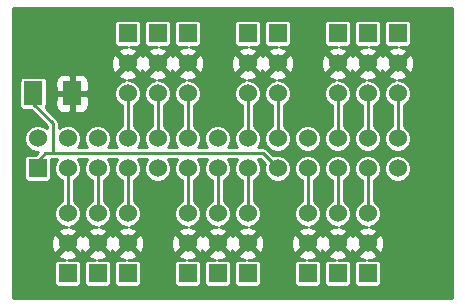
<source format=gtl>
G04 (created by PCBNEW (2013-04-19 BZR 4011)-stable) date 21/10/2014 12:48:17*
%MOIN*%
G04 Gerber Fmt 3.4, Leading zero omitted, Abs format*
%FSLAX34Y34*%
G01*
G70*
G90*
G04 APERTURE LIST*
%ADD10C,0*%
%ADD11R,0.06X0.06*%
%ADD12C,0.06*%
%ADD13R,0.06X0.08*%
%ADD14C,0.01*%
G04 APERTURE END LIST*
G54D10*
G54D11*
X1000Y-5500D03*
G54D12*
X1000Y-4500D03*
X2000Y-5500D03*
X2000Y-4500D03*
X3000Y-5500D03*
X3000Y-4500D03*
X4000Y-5500D03*
X4000Y-4500D03*
X5000Y-5500D03*
X5000Y-4500D03*
X6000Y-5500D03*
X6000Y-4500D03*
X7000Y-5500D03*
X7000Y-4500D03*
X8000Y-5500D03*
X8000Y-4500D03*
X9000Y-5500D03*
X9000Y-4500D03*
X10000Y-5500D03*
X10000Y-4500D03*
X11000Y-5500D03*
X11000Y-4500D03*
X12000Y-5500D03*
X12000Y-4500D03*
X13000Y-5500D03*
X13000Y-4500D03*
G54D11*
X4000Y-9000D03*
G54D12*
X4000Y-8000D03*
X4000Y-7000D03*
G54D11*
X7000Y-9000D03*
G54D12*
X7000Y-8000D03*
X7000Y-7000D03*
G54D11*
X10000Y-9000D03*
G54D12*
X10000Y-8000D03*
X10000Y-7000D03*
G54D11*
X12000Y-9000D03*
G54D12*
X12000Y-8000D03*
X12000Y-7000D03*
G54D11*
X8000Y-9000D03*
G54D12*
X8000Y-8000D03*
X8000Y-7000D03*
G54D11*
X11000Y-9000D03*
G54D12*
X11000Y-8000D03*
X11000Y-7000D03*
G54D13*
X2150Y-3000D03*
X850Y-3000D03*
G54D11*
X6000Y-9000D03*
G54D12*
X6000Y-8000D03*
X6000Y-7000D03*
G54D11*
X8000Y-1000D03*
G54D12*
X8000Y-2000D03*
X8000Y-3000D03*
G54D11*
X9000Y-1000D03*
G54D12*
X9000Y-2000D03*
X9000Y-3000D03*
G54D11*
X11000Y-1000D03*
G54D12*
X11000Y-2000D03*
X11000Y-3000D03*
G54D11*
X12000Y-1000D03*
G54D12*
X12000Y-2000D03*
X12000Y-3000D03*
G54D11*
X13000Y-1000D03*
G54D12*
X13000Y-2000D03*
X13000Y-3000D03*
G54D11*
X3000Y-9000D03*
G54D12*
X3000Y-8000D03*
X3000Y-7000D03*
G54D11*
X5000Y-1000D03*
G54D12*
X5000Y-2000D03*
X5000Y-3000D03*
G54D11*
X2000Y-9000D03*
G54D12*
X2000Y-8000D03*
X2000Y-7000D03*
G54D11*
X4000Y-1000D03*
G54D12*
X4000Y-2000D03*
X4000Y-3000D03*
G54D11*
X6000Y-1000D03*
G54D12*
X6000Y-2000D03*
X6000Y-3000D03*
G54D14*
X6000Y-7000D02*
X6000Y-5500D01*
X6000Y-3000D02*
X6000Y-4500D01*
X8000Y-7000D02*
X8000Y-5500D01*
X8000Y-3000D02*
X8000Y-4500D01*
X9000Y-3000D02*
X9000Y-4500D01*
X11000Y-3000D02*
X11000Y-4500D01*
X7000Y-7000D02*
X7000Y-5500D01*
X4000Y-7000D02*
X4000Y-5500D01*
X5000Y-3000D02*
X5000Y-4500D01*
X3000Y-7000D02*
X3000Y-5500D01*
X2000Y-5500D02*
X2000Y-7000D01*
X12000Y-3000D02*
X12000Y-4500D01*
X13000Y-3000D02*
X13000Y-4500D01*
X11000Y-7000D02*
X11000Y-5500D01*
X10000Y-7000D02*
X10000Y-5500D01*
X12000Y-7000D02*
X12000Y-5500D01*
X4000Y-3000D02*
X4000Y-4500D01*
X1500Y-5000D02*
X1500Y-4000D01*
X850Y-3350D02*
X850Y-3000D01*
X1500Y-4000D02*
X850Y-3350D01*
X9000Y-5500D02*
X8500Y-5000D01*
X1000Y-5250D02*
X1000Y-5500D01*
X1250Y-5000D02*
X1000Y-5250D01*
X2250Y-5000D02*
X1500Y-5000D01*
X1500Y-5000D02*
X1250Y-5000D01*
X8500Y-5000D02*
X2250Y-5000D01*
G54D10*
G36*
X14830Y-9830D02*
X13554Y-9830D01*
X13554Y-2081D01*
X13543Y-1863D01*
X13481Y-1712D01*
X13450Y-1703D01*
X13450Y-1270D01*
X13450Y-670D01*
X13427Y-615D01*
X13385Y-572D01*
X13329Y-550D01*
X13270Y-549D01*
X12670Y-549D01*
X12615Y-572D01*
X12572Y-614D01*
X12550Y-670D01*
X12549Y-729D01*
X12549Y-1329D01*
X12572Y-1384D01*
X12614Y-1427D01*
X12670Y-1449D01*
X12729Y-1450D01*
X12985Y-1450D01*
X12863Y-1456D01*
X12712Y-1518D01*
X12684Y-1614D01*
X13000Y-1929D01*
X13315Y-1614D01*
X13287Y-1518D01*
X13095Y-1450D01*
X13329Y-1450D01*
X13384Y-1427D01*
X13427Y-1385D01*
X13449Y-1329D01*
X13450Y-1270D01*
X13450Y-1703D01*
X13385Y-1684D01*
X13070Y-2000D01*
X13385Y-2315D01*
X13481Y-2287D01*
X13554Y-2081D01*
X13554Y-9830D01*
X13450Y-9830D01*
X13450Y-5410D01*
X13450Y-4410D01*
X13381Y-4245D01*
X13255Y-4118D01*
X13200Y-4095D01*
X13200Y-3404D01*
X13254Y-3381D01*
X13381Y-3255D01*
X13449Y-3089D01*
X13450Y-2910D01*
X13381Y-2745D01*
X13255Y-2618D01*
X13089Y-2550D01*
X13013Y-2550D01*
X13136Y-2543D01*
X13287Y-2481D01*
X13315Y-2385D01*
X13000Y-2070D01*
X12929Y-2141D01*
X12929Y-2000D01*
X12614Y-1684D01*
X12518Y-1712D01*
X12501Y-1760D01*
X12481Y-1712D01*
X12450Y-1703D01*
X12450Y-1270D01*
X12450Y-670D01*
X12427Y-615D01*
X12385Y-572D01*
X12329Y-550D01*
X12270Y-549D01*
X11670Y-549D01*
X11615Y-572D01*
X11572Y-614D01*
X11550Y-670D01*
X11549Y-729D01*
X11549Y-1329D01*
X11572Y-1384D01*
X11614Y-1427D01*
X11670Y-1449D01*
X11729Y-1450D01*
X11985Y-1450D01*
X11863Y-1456D01*
X11712Y-1518D01*
X11684Y-1614D01*
X12000Y-1929D01*
X12315Y-1614D01*
X12287Y-1518D01*
X12095Y-1450D01*
X12329Y-1450D01*
X12384Y-1427D01*
X12427Y-1385D01*
X12449Y-1329D01*
X12450Y-1270D01*
X12450Y-1703D01*
X12385Y-1684D01*
X12070Y-2000D01*
X12385Y-2315D01*
X12481Y-2287D01*
X12498Y-2239D01*
X12518Y-2287D01*
X12614Y-2315D01*
X12929Y-2000D01*
X12929Y-2141D01*
X12684Y-2385D01*
X12712Y-2481D01*
X12907Y-2551D01*
X12745Y-2618D01*
X12618Y-2744D01*
X12550Y-2910D01*
X12549Y-3089D01*
X12618Y-3254D01*
X12744Y-3381D01*
X12800Y-3404D01*
X12800Y-4095D01*
X12745Y-4118D01*
X12618Y-4244D01*
X12550Y-4410D01*
X12549Y-4589D01*
X12618Y-4754D01*
X12744Y-4881D01*
X12910Y-4949D01*
X13089Y-4950D01*
X13254Y-4881D01*
X13381Y-4755D01*
X13449Y-4589D01*
X13450Y-4410D01*
X13450Y-5410D01*
X13381Y-5245D01*
X13255Y-5118D01*
X13089Y-5050D01*
X12910Y-5049D01*
X12745Y-5118D01*
X12618Y-5244D01*
X12550Y-5410D01*
X12549Y-5589D01*
X12618Y-5754D01*
X12744Y-5881D01*
X12910Y-5949D01*
X13089Y-5950D01*
X13254Y-5881D01*
X13381Y-5755D01*
X13449Y-5589D01*
X13450Y-5410D01*
X13450Y-9830D01*
X12554Y-9830D01*
X12554Y-8081D01*
X12543Y-7863D01*
X12481Y-7712D01*
X12450Y-7703D01*
X12450Y-6910D01*
X12381Y-6745D01*
X12255Y-6618D01*
X12200Y-6595D01*
X12200Y-5904D01*
X12254Y-5881D01*
X12381Y-5755D01*
X12449Y-5589D01*
X12450Y-5410D01*
X12450Y-4410D01*
X12381Y-4245D01*
X12255Y-4118D01*
X12200Y-4095D01*
X12200Y-3404D01*
X12254Y-3381D01*
X12381Y-3255D01*
X12449Y-3089D01*
X12450Y-2910D01*
X12381Y-2745D01*
X12255Y-2618D01*
X12089Y-2550D01*
X12013Y-2550D01*
X12136Y-2543D01*
X12287Y-2481D01*
X12315Y-2385D01*
X12000Y-2070D01*
X11929Y-2141D01*
X11929Y-2000D01*
X11614Y-1684D01*
X11518Y-1712D01*
X11501Y-1760D01*
X11481Y-1712D01*
X11450Y-1703D01*
X11450Y-1270D01*
X11450Y-670D01*
X11427Y-615D01*
X11385Y-572D01*
X11329Y-550D01*
X11270Y-549D01*
X10670Y-549D01*
X10615Y-572D01*
X10572Y-614D01*
X10550Y-670D01*
X10549Y-729D01*
X10549Y-1329D01*
X10572Y-1384D01*
X10614Y-1427D01*
X10670Y-1449D01*
X10729Y-1450D01*
X10985Y-1450D01*
X10863Y-1456D01*
X10712Y-1518D01*
X10684Y-1614D01*
X11000Y-1929D01*
X11315Y-1614D01*
X11287Y-1518D01*
X11095Y-1450D01*
X11329Y-1450D01*
X11384Y-1427D01*
X11427Y-1385D01*
X11449Y-1329D01*
X11450Y-1270D01*
X11450Y-1703D01*
X11385Y-1684D01*
X11070Y-2000D01*
X11385Y-2315D01*
X11481Y-2287D01*
X11498Y-2239D01*
X11518Y-2287D01*
X11614Y-2315D01*
X11929Y-2000D01*
X11929Y-2141D01*
X11684Y-2385D01*
X11712Y-2481D01*
X11907Y-2551D01*
X11745Y-2618D01*
X11618Y-2744D01*
X11550Y-2910D01*
X11549Y-3089D01*
X11618Y-3254D01*
X11744Y-3381D01*
X11800Y-3404D01*
X11800Y-4095D01*
X11745Y-4118D01*
X11618Y-4244D01*
X11550Y-4410D01*
X11549Y-4589D01*
X11618Y-4754D01*
X11744Y-4881D01*
X11910Y-4949D01*
X12089Y-4950D01*
X12254Y-4881D01*
X12381Y-4755D01*
X12449Y-4589D01*
X12450Y-4410D01*
X12450Y-5410D01*
X12381Y-5245D01*
X12255Y-5118D01*
X12089Y-5050D01*
X11910Y-5049D01*
X11745Y-5118D01*
X11618Y-5244D01*
X11550Y-5410D01*
X11549Y-5589D01*
X11618Y-5754D01*
X11744Y-5881D01*
X11800Y-5904D01*
X11800Y-6595D01*
X11745Y-6618D01*
X11618Y-6744D01*
X11550Y-6910D01*
X11549Y-7089D01*
X11618Y-7254D01*
X11744Y-7381D01*
X11910Y-7449D01*
X11986Y-7449D01*
X11863Y-7456D01*
X11712Y-7518D01*
X11684Y-7614D01*
X12000Y-7929D01*
X12315Y-7614D01*
X12287Y-7518D01*
X12092Y-7448D01*
X12254Y-7381D01*
X12381Y-7255D01*
X12449Y-7089D01*
X12450Y-6910D01*
X12450Y-7703D01*
X12385Y-7684D01*
X12070Y-8000D01*
X12385Y-8315D01*
X12481Y-8287D01*
X12554Y-8081D01*
X12554Y-9830D01*
X12450Y-9830D01*
X12450Y-9270D01*
X12450Y-8670D01*
X12427Y-8615D01*
X12385Y-8572D01*
X12329Y-8550D01*
X12270Y-8549D01*
X12014Y-8549D01*
X12136Y-8543D01*
X12287Y-8481D01*
X12315Y-8385D01*
X12000Y-8070D01*
X11929Y-8141D01*
X11929Y-8000D01*
X11614Y-7684D01*
X11518Y-7712D01*
X11501Y-7760D01*
X11481Y-7712D01*
X11450Y-7703D01*
X11450Y-6910D01*
X11381Y-6745D01*
X11255Y-6618D01*
X11200Y-6595D01*
X11200Y-5904D01*
X11254Y-5881D01*
X11381Y-5755D01*
X11449Y-5589D01*
X11450Y-5410D01*
X11450Y-4410D01*
X11381Y-4245D01*
X11255Y-4118D01*
X11200Y-4095D01*
X11200Y-3404D01*
X11254Y-3381D01*
X11381Y-3255D01*
X11449Y-3089D01*
X11450Y-2910D01*
X11381Y-2745D01*
X11255Y-2618D01*
X11089Y-2550D01*
X11013Y-2550D01*
X11136Y-2543D01*
X11287Y-2481D01*
X11315Y-2385D01*
X11000Y-2070D01*
X10929Y-2141D01*
X10929Y-2000D01*
X10614Y-1684D01*
X10518Y-1712D01*
X10445Y-1918D01*
X10456Y-2136D01*
X10518Y-2287D01*
X10614Y-2315D01*
X10929Y-2000D01*
X10929Y-2141D01*
X10684Y-2385D01*
X10712Y-2481D01*
X10907Y-2551D01*
X10745Y-2618D01*
X10618Y-2744D01*
X10550Y-2910D01*
X10549Y-3089D01*
X10618Y-3254D01*
X10744Y-3381D01*
X10800Y-3404D01*
X10800Y-4095D01*
X10745Y-4118D01*
X10618Y-4244D01*
X10550Y-4410D01*
X10549Y-4589D01*
X10618Y-4754D01*
X10744Y-4881D01*
X10910Y-4949D01*
X11089Y-4950D01*
X11254Y-4881D01*
X11381Y-4755D01*
X11449Y-4589D01*
X11450Y-4410D01*
X11450Y-5410D01*
X11381Y-5245D01*
X11255Y-5118D01*
X11089Y-5050D01*
X10910Y-5049D01*
X10745Y-5118D01*
X10618Y-5244D01*
X10550Y-5410D01*
X10549Y-5589D01*
X10618Y-5754D01*
X10744Y-5881D01*
X10800Y-5904D01*
X10800Y-6595D01*
X10745Y-6618D01*
X10618Y-6744D01*
X10550Y-6910D01*
X10549Y-7089D01*
X10618Y-7254D01*
X10744Y-7381D01*
X10910Y-7449D01*
X10986Y-7449D01*
X10863Y-7456D01*
X10712Y-7518D01*
X10684Y-7614D01*
X11000Y-7929D01*
X11315Y-7614D01*
X11287Y-7518D01*
X11092Y-7448D01*
X11254Y-7381D01*
X11381Y-7255D01*
X11449Y-7089D01*
X11450Y-6910D01*
X11450Y-7703D01*
X11385Y-7684D01*
X11070Y-8000D01*
X11385Y-8315D01*
X11481Y-8287D01*
X11498Y-8239D01*
X11518Y-8287D01*
X11614Y-8315D01*
X11929Y-8000D01*
X11929Y-8141D01*
X11684Y-8385D01*
X11712Y-8481D01*
X11904Y-8549D01*
X11670Y-8549D01*
X11615Y-8572D01*
X11572Y-8614D01*
X11550Y-8670D01*
X11549Y-8729D01*
X11549Y-9329D01*
X11572Y-9384D01*
X11614Y-9427D01*
X11670Y-9449D01*
X11729Y-9450D01*
X12329Y-9450D01*
X12384Y-9427D01*
X12427Y-9385D01*
X12449Y-9329D01*
X12450Y-9270D01*
X12450Y-9830D01*
X11450Y-9830D01*
X11450Y-9270D01*
X11450Y-8670D01*
X11427Y-8615D01*
X11385Y-8572D01*
X11329Y-8550D01*
X11270Y-8549D01*
X11014Y-8549D01*
X11136Y-8543D01*
X11287Y-8481D01*
X11315Y-8385D01*
X11000Y-8070D01*
X10929Y-8141D01*
X10929Y-8000D01*
X10614Y-7684D01*
X10518Y-7712D01*
X10501Y-7760D01*
X10481Y-7712D01*
X10450Y-7703D01*
X10450Y-6910D01*
X10381Y-6745D01*
X10255Y-6618D01*
X10200Y-6595D01*
X10200Y-5904D01*
X10254Y-5881D01*
X10381Y-5755D01*
X10449Y-5589D01*
X10450Y-5410D01*
X10450Y-4410D01*
X10381Y-4245D01*
X10255Y-4118D01*
X10089Y-4050D01*
X9910Y-4049D01*
X9745Y-4118D01*
X9618Y-4244D01*
X9554Y-4398D01*
X9554Y-2081D01*
X9543Y-1863D01*
X9481Y-1712D01*
X9450Y-1703D01*
X9450Y-1270D01*
X9450Y-670D01*
X9427Y-615D01*
X9385Y-572D01*
X9329Y-550D01*
X9270Y-549D01*
X8670Y-549D01*
X8615Y-572D01*
X8572Y-614D01*
X8550Y-670D01*
X8549Y-729D01*
X8549Y-1329D01*
X8572Y-1384D01*
X8614Y-1427D01*
X8670Y-1449D01*
X8729Y-1450D01*
X8985Y-1450D01*
X8863Y-1456D01*
X8712Y-1518D01*
X8684Y-1614D01*
X9000Y-1929D01*
X9315Y-1614D01*
X9287Y-1518D01*
X9095Y-1450D01*
X9329Y-1450D01*
X9384Y-1427D01*
X9427Y-1385D01*
X9449Y-1329D01*
X9450Y-1270D01*
X9450Y-1703D01*
X9385Y-1684D01*
X9070Y-2000D01*
X9385Y-2315D01*
X9481Y-2287D01*
X9554Y-2081D01*
X9554Y-4398D01*
X9550Y-4410D01*
X9549Y-4589D01*
X9618Y-4754D01*
X9744Y-4881D01*
X9910Y-4949D01*
X10089Y-4950D01*
X10254Y-4881D01*
X10381Y-4755D01*
X10449Y-4589D01*
X10450Y-4410D01*
X10450Y-5410D01*
X10381Y-5245D01*
X10255Y-5118D01*
X10089Y-5050D01*
X9910Y-5049D01*
X9745Y-5118D01*
X9618Y-5244D01*
X9550Y-5410D01*
X9549Y-5589D01*
X9618Y-5754D01*
X9744Y-5881D01*
X9800Y-5904D01*
X9800Y-6595D01*
X9745Y-6618D01*
X9618Y-6744D01*
X9550Y-6910D01*
X9549Y-7089D01*
X9618Y-7254D01*
X9744Y-7381D01*
X9910Y-7449D01*
X9986Y-7449D01*
X9863Y-7456D01*
X9712Y-7518D01*
X9684Y-7614D01*
X10000Y-7929D01*
X10315Y-7614D01*
X10287Y-7518D01*
X10092Y-7448D01*
X10254Y-7381D01*
X10381Y-7255D01*
X10449Y-7089D01*
X10450Y-6910D01*
X10450Y-7703D01*
X10385Y-7684D01*
X10070Y-8000D01*
X10385Y-8315D01*
X10481Y-8287D01*
X10498Y-8239D01*
X10518Y-8287D01*
X10614Y-8315D01*
X10929Y-8000D01*
X10929Y-8141D01*
X10684Y-8385D01*
X10712Y-8481D01*
X10904Y-8549D01*
X10670Y-8549D01*
X10615Y-8572D01*
X10572Y-8614D01*
X10550Y-8670D01*
X10549Y-8729D01*
X10549Y-9329D01*
X10572Y-9384D01*
X10614Y-9427D01*
X10670Y-9449D01*
X10729Y-9450D01*
X11329Y-9450D01*
X11384Y-9427D01*
X11427Y-9385D01*
X11449Y-9329D01*
X11450Y-9270D01*
X11450Y-9830D01*
X10450Y-9830D01*
X10450Y-9270D01*
X10450Y-8670D01*
X10427Y-8615D01*
X10385Y-8572D01*
X10329Y-8550D01*
X10270Y-8549D01*
X10014Y-8549D01*
X10136Y-8543D01*
X10287Y-8481D01*
X10315Y-8385D01*
X10000Y-8070D01*
X9929Y-8141D01*
X9929Y-8000D01*
X9614Y-7684D01*
X9518Y-7712D01*
X9450Y-7904D01*
X9450Y-5410D01*
X9450Y-4410D01*
X9381Y-4245D01*
X9255Y-4118D01*
X9200Y-4095D01*
X9200Y-3404D01*
X9254Y-3381D01*
X9381Y-3255D01*
X9449Y-3089D01*
X9450Y-2910D01*
X9381Y-2745D01*
X9255Y-2618D01*
X9089Y-2550D01*
X9013Y-2550D01*
X9136Y-2543D01*
X9287Y-2481D01*
X9315Y-2385D01*
X9000Y-2070D01*
X8929Y-2141D01*
X8929Y-2000D01*
X8614Y-1684D01*
X8518Y-1712D01*
X8501Y-1760D01*
X8481Y-1712D01*
X8450Y-1703D01*
X8450Y-1270D01*
X8450Y-670D01*
X8427Y-615D01*
X8385Y-572D01*
X8329Y-550D01*
X8270Y-549D01*
X7670Y-549D01*
X7615Y-572D01*
X7572Y-614D01*
X7550Y-670D01*
X7549Y-729D01*
X7549Y-1329D01*
X7572Y-1384D01*
X7614Y-1427D01*
X7670Y-1449D01*
X7729Y-1450D01*
X7985Y-1450D01*
X7863Y-1456D01*
X7712Y-1518D01*
X7684Y-1614D01*
X8000Y-1929D01*
X8315Y-1614D01*
X8287Y-1518D01*
X8095Y-1450D01*
X8329Y-1450D01*
X8384Y-1427D01*
X8427Y-1385D01*
X8449Y-1329D01*
X8450Y-1270D01*
X8450Y-1703D01*
X8385Y-1684D01*
X8070Y-2000D01*
X8385Y-2315D01*
X8481Y-2287D01*
X8498Y-2239D01*
X8518Y-2287D01*
X8614Y-2315D01*
X8929Y-2000D01*
X8929Y-2141D01*
X8684Y-2385D01*
X8712Y-2481D01*
X8907Y-2551D01*
X8745Y-2618D01*
X8618Y-2744D01*
X8550Y-2910D01*
X8549Y-3089D01*
X8618Y-3254D01*
X8744Y-3381D01*
X8800Y-3404D01*
X8800Y-4095D01*
X8745Y-4118D01*
X8618Y-4244D01*
X8550Y-4410D01*
X8549Y-4589D01*
X8618Y-4754D01*
X8744Y-4881D01*
X8910Y-4949D01*
X9089Y-4950D01*
X9254Y-4881D01*
X9381Y-4755D01*
X9449Y-4589D01*
X9450Y-4410D01*
X9450Y-5410D01*
X9381Y-5245D01*
X9255Y-5118D01*
X9089Y-5050D01*
X8910Y-5049D01*
X8855Y-5072D01*
X8641Y-4858D01*
X8576Y-4815D01*
X8500Y-4800D01*
X8336Y-4800D01*
X8381Y-4755D01*
X8449Y-4589D01*
X8450Y-4410D01*
X8381Y-4245D01*
X8255Y-4118D01*
X8200Y-4095D01*
X8200Y-3404D01*
X8254Y-3381D01*
X8381Y-3255D01*
X8449Y-3089D01*
X8450Y-2910D01*
X8381Y-2745D01*
X8255Y-2618D01*
X8089Y-2550D01*
X8013Y-2550D01*
X8136Y-2543D01*
X8287Y-2481D01*
X8315Y-2385D01*
X8000Y-2070D01*
X7929Y-2141D01*
X7929Y-2000D01*
X7614Y-1684D01*
X7518Y-1712D01*
X7445Y-1918D01*
X7456Y-2136D01*
X7518Y-2287D01*
X7614Y-2315D01*
X7929Y-2000D01*
X7929Y-2141D01*
X7684Y-2385D01*
X7712Y-2481D01*
X7907Y-2551D01*
X7745Y-2618D01*
X7618Y-2744D01*
X7550Y-2910D01*
X7549Y-3089D01*
X7618Y-3254D01*
X7744Y-3381D01*
X7800Y-3404D01*
X7800Y-4095D01*
X7745Y-4118D01*
X7618Y-4244D01*
X7550Y-4410D01*
X7549Y-4589D01*
X7618Y-4754D01*
X7663Y-4800D01*
X7336Y-4800D01*
X7381Y-4755D01*
X7449Y-4589D01*
X7450Y-4410D01*
X7381Y-4245D01*
X7255Y-4118D01*
X7089Y-4050D01*
X6910Y-4049D01*
X6745Y-4118D01*
X6618Y-4244D01*
X6554Y-4398D01*
X6554Y-2081D01*
X6543Y-1863D01*
X6481Y-1712D01*
X6450Y-1703D01*
X6450Y-1270D01*
X6450Y-670D01*
X6427Y-615D01*
X6385Y-572D01*
X6329Y-550D01*
X6270Y-549D01*
X5670Y-549D01*
X5615Y-572D01*
X5572Y-614D01*
X5550Y-670D01*
X5549Y-729D01*
X5549Y-1329D01*
X5572Y-1384D01*
X5614Y-1427D01*
X5670Y-1449D01*
X5729Y-1450D01*
X5985Y-1450D01*
X5863Y-1456D01*
X5712Y-1518D01*
X5684Y-1614D01*
X6000Y-1929D01*
X6315Y-1614D01*
X6287Y-1518D01*
X6095Y-1450D01*
X6329Y-1450D01*
X6384Y-1427D01*
X6427Y-1385D01*
X6449Y-1329D01*
X6450Y-1270D01*
X6450Y-1703D01*
X6385Y-1684D01*
X6070Y-2000D01*
X6385Y-2315D01*
X6481Y-2287D01*
X6554Y-2081D01*
X6554Y-4398D01*
X6550Y-4410D01*
X6549Y-4589D01*
X6618Y-4754D01*
X6663Y-4800D01*
X6336Y-4800D01*
X6381Y-4755D01*
X6449Y-4589D01*
X6450Y-4410D01*
X6381Y-4245D01*
X6255Y-4118D01*
X6200Y-4095D01*
X6200Y-3404D01*
X6254Y-3381D01*
X6381Y-3255D01*
X6449Y-3089D01*
X6450Y-2910D01*
X6381Y-2745D01*
X6255Y-2618D01*
X6089Y-2550D01*
X6013Y-2550D01*
X6136Y-2543D01*
X6287Y-2481D01*
X6315Y-2385D01*
X6000Y-2070D01*
X5929Y-2141D01*
X5929Y-2000D01*
X5614Y-1684D01*
X5518Y-1712D01*
X5501Y-1760D01*
X5481Y-1712D01*
X5450Y-1703D01*
X5450Y-1270D01*
X5450Y-670D01*
X5427Y-615D01*
X5385Y-572D01*
X5329Y-550D01*
X5270Y-549D01*
X4670Y-549D01*
X4615Y-572D01*
X4572Y-614D01*
X4550Y-670D01*
X4549Y-729D01*
X4549Y-1329D01*
X4572Y-1384D01*
X4614Y-1427D01*
X4670Y-1449D01*
X4729Y-1450D01*
X4985Y-1450D01*
X4863Y-1456D01*
X4712Y-1518D01*
X4684Y-1614D01*
X5000Y-1929D01*
X5315Y-1614D01*
X5287Y-1518D01*
X5095Y-1450D01*
X5329Y-1450D01*
X5384Y-1427D01*
X5427Y-1385D01*
X5449Y-1329D01*
X5450Y-1270D01*
X5450Y-1703D01*
X5385Y-1684D01*
X5070Y-2000D01*
X5385Y-2315D01*
X5481Y-2287D01*
X5498Y-2239D01*
X5518Y-2287D01*
X5614Y-2315D01*
X5929Y-2000D01*
X5929Y-2141D01*
X5684Y-2385D01*
X5712Y-2481D01*
X5907Y-2551D01*
X5745Y-2618D01*
X5618Y-2744D01*
X5550Y-2910D01*
X5549Y-3089D01*
X5618Y-3254D01*
X5744Y-3381D01*
X5800Y-3404D01*
X5800Y-4095D01*
X5745Y-4118D01*
X5618Y-4244D01*
X5550Y-4410D01*
X5549Y-4589D01*
X5618Y-4754D01*
X5663Y-4800D01*
X5336Y-4800D01*
X5381Y-4755D01*
X5449Y-4589D01*
X5450Y-4410D01*
X5381Y-4245D01*
X5255Y-4118D01*
X5200Y-4095D01*
X5200Y-3404D01*
X5254Y-3381D01*
X5381Y-3255D01*
X5449Y-3089D01*
X5450Y-2910D01*
X5381Y-2745D01*
X5255Y-2618D01*
X5089Y-2550D01*
X5013Y-2550D01*
X5136Y-2543D01*
X5287Y-2481D01*
X5315Y-2385D01*
X5000Y-2070D01*
X4929Y-2141D01*
X4929Y-2000D01*
X4614Y-1684D01*
X4518Y-1712D01*
X4501Y-1760D01*
X4481Y-1712D01*
X4450Y-1703D01*
X4450Y-1270D01*
X4450Y-670D01*
X4427Y-615D01*
X4385Y-572D01*
X4329Y-550D01*
X4270Y-549D01*
X3670Y-549D01*
X3615Y-572D01*
X3572Y-614D01*
X3550Y-670D01*
X3549Y-729D01*
X3549Y-1329D01*
X3572Y-1384D01*
X3614Y-1427D01*
X3670Y-1449D01*
X3729Y-1450D01*
X3985Y-1450D01*
X3863Y-1456D01*
X3712Y-1518D01*
X3684Y-1614D01*
X4000Y-1929D01*
X4315Y-1614D01*
X4287Y-1518D01*
X4095Y-1450D01*
X4329Y-1450D01*
X4384Y-1427D01*
X4427Y-1385D01*
X4449Y-1329D01*
X4450Y-1270D01*
X4450Y-1703D01*
X4385Y-1684D01*
X4070Y-2000D01*
X4385Y-2315D01*
X4481Y-2287D01*
X4498Y-2239D01*
X4518Y-2287D01*
X4614Y-2315D01*
X4929Y-2000D01*
X4929Y-2141D01*
X4684Y-2385D01*
X4712Y-2481D01*
X4907Y-2551D01*
X4745Y-2618D01*
X4618Y-2744D01*
X4550Y-2910D01*
X4549Y-3089D01*
X4618Y-3254D01*
X4744Y-3381D01*
X4800Y-3404D01*
X4800Y-4095D01*
X4745Y-4118D01*
X4618Y-4244D01*
X4550Y-4410D01*
X4549Y-4589D01*
X4618Y-4754D01*
X4663Y-4800D01*
X4336Y-4800D01*
X4381Y-4755D01*
X4449Y-4589D01*
X4450Y-4410D01*
X4381Y-4245D01*
X4255Y-4118D01*
X4200Y-4095D01*
X4200Y-3404D01*
X4254Y-3381D01*
X4381Y-3255D01*
X4449Y-3089D01*
X4450Y-2910D01*
X4381Y-2745D01*
X4255Y-2618D01*
X4089Y-2550D01*
X4013Y-2550D01*
X4136Y-2543D01*
X4287Y-2481D01*
X4315Y-2385D01*
X4000Y-2070D01*
X3929Y-2141D01*
X3929Y-2000D01*
X3614Y-1684D01*
X3518Y-1712D01*
X3445Y-1918D01*
X3456Y-2136D01*
X3518Y-2287D01*
X3614Y-2315D01*
X3929Y-2000D01*
X3929Y-2141D01*
X3684Y-2385D01*
X3712Y-2481D01*
X3907Y-2551D01*
X3745Y-2618D01*
X3618Y-2744D01*
X3550Y-2910D01*
X3549Y-3089D01*
X3618Y-3254D01*
X3744Y-3381D01*
X3800Y-3404D01*
X3800Y-4095D01*
X3745Y-4118D01*
X3618Y-4244D01*
X3550Y-4410D01*
X3549Y-4589D01*
X3618Y-4754D01*
X3663Y-4800D01*
X3336Y-4800D01*
X3381Y-4755D01*
X3449Y-4589D01*
X3450Y-4410D01*
X3381Y-4245D01*
X3255Y-4118D01*
X3089Y-4050D01*
X2910Y-4049D01*
X2745Y-4118D01*
X2700Y-4163D01*
X2700Y-3350D01*
X2700Y-2649D01*
X2699Y-2550D01*
X2661Y-2458D01*
X2591Y-2387D01*
X2499Y-2349D01*
X2262Y-2350D01*
X2200Y-2412D01*
X2200Y-2950D01*
X2637Y-2950D01*
X2700Y-2887D01*
X2700Y-2649D01*
X2700Y-3350D01*
X2700Y-3112D01*
X2637Y-3050D01*
X2200Y-3050D01*
X2200Y-3587D01*
X2262Y-3650D01*
X2499Y-3650D01*
X2591Y-3612D01*
X2661Y-3541D01*
X2699Y-3449D01*
X2700Y-3350D01*
X2700Y-4163D01*
X2618Y-4244D01*
X2550Y-4410D01*
X2549Y-4589D01*
X2618Y-4754D01*
X2663Y-4800D01*
X2336Y-4800D01*
X2381Y-4755D01*
X2449Y-4589D01*
X2450Y-4410D01*
X2381Y-4245D01*
X2255Y-4118D01*
X2100Y-4054D01*
X2100Y-3587D01*
X2100Y-3050D01*
X2100Y-2950D01*
X2100Y-2412D01*
X2037Y-2350D01*
X1800Y-2349D01*
X1708Y-2387D01*
X1638Y-2458D01*
X1600Y-2550D01*
X1599Y-2649D01*
X1600Y-2887D01*
X1662Y-2950D01*
X2100Y-2950D01*
X2100Y-3050D01*
X1662Y-3050D01*
X1600Y-3112D01*
X1599Y-3350D01*
X1600Y-3449D01*
X1638Y-3541D01*
X1708Y-3612D01*
X1800Y-3650D01*
X2037Y-3650D01*
X2100Y-3587D01*
X2100Y-4054D01*
X2089Y-4050D01*
X1910Y-4049D01*
X1745Y-4118D01*
X1700Y-4163D01*
X1700Y-4000D01*
X1684Y-3923D01*
X1684Y-3923D01*
X1670Y-3901D01*
X1641Y-3858D01*
X1641Y-3858D01*
X1272Y-3489D01*
X1277Y-3485D01*
X1299Y-3429D01*
X1300Y-3370D01*
X1300Y-2570D01*
X1277Y-2515D01*
X1235Y-2472D01*
X1179Y-2450D01*
X1120Y-2449D01*
X520Y-2449D01*
X465Y-2472D01*
X422Y-2514D01*
X400Y-2570D01*
X399Y-2629D01*
X399Y-3429D01*
X422Y-3484D01*
X464Y-3527D01*
X520Y-3549D01*
X579Y-3550D01*
X767Y-3550D01*
X1300Y-4082D01*
X1300Y-4163D01*
X1255Y-4118D01*
X1089Y-4050D01*
X910Y-4049D01*
X745Y-4118D01*
X618Y-4244D01*
X550Y-4410D01*
X549Y-4589D01*
X618Y-4754D01*
X744Y-4881D01*
X910Y-4949D01*
X1017Y-4950D01*
X917Y-5049D01*
X670Y-5049D01*
X615Y-5072D01*
X572Y-5114D01*
X550Y-5170D01*
X549Y-5229D01*
X549Y-5829D01*
X572Y-5884D01*
X614Y-5927D01*
X670Y-5949D01*
X729Y-5950D01*
X1329Y-5950D01*
X1384Y-5927D01*
X1427Y-5885D01*
X1449Y-5829D01*
X1450Y-5770D01*
X1450Y-5200D01*
X1500Y-5200D01*
X1663Y-5200D01*
X1618Y-5244D01*
X1550Y-5410D01*
X1549Y-5589D01*
X1618Y-5754D01*
X1744Y-5881D01*
X1800Y-5904D01*
X1800Y-6595D01*
X1745Y-6618D01*
X1618Y-6744D01*
X1550Y-6910D01*
X1549Y-7089D01*
X1618Y-7254D01*
X1744Y-7381D01*
X1910Y-7449D01*
X1986Y-7449D01*
X1863Y-7456D01*
X1712Y-7518D01*
X1684Y-7614D01*
X2000Y-7929D01*
X2315Y-7614D01*
X2287Y-7518D01*
X2092Y-7448D01*
X2254Y-7381D01*
X2381Y-7255D01*
X2449Y-7089D01*
X2450Y-6910D01*
X2381Y-6745D01*
X2255Y-6618D01*
X2200Y-6595D01*
X2200Y-5904D01*
X2254Y-5881D01*
X2381Y-5755D01*
X2449Y-5589D01*
X2450Y-5410D01*
X2381Y-5245D01*
X2336Y-5200D01*
X2663Y-5200D01*
X2618Y-5244D01*
X2550Y-5410D01*
X2549Y-5589D01*
X2618Y-5754D01*
X2744Y-5881D01*
X2800Y-5904D01*
X2800Y-6595D01*
X2745Y-6618D01*
X2618Y-6744D01*
X2550Y-6910D01*
X2549Y-7089D01*
X2618Y-7254D01*
X2744Y-7381D01*
X2910Y-7449D01*
X2986Y-7449D01*
X2863Y-7456D01*
X2712Y-7518D01*
X2684Y-7614D01*
X3000Y-7929D01*
X3315Y-7614D01*
X3287Y-7518D01*
X3092Y-7448D01*
X3254Y-7381D01*
X3381Y-7255D01*
X3449Y-7089D01*
X3450Y-6910D01*
X3381Y-6745D01*
X3255Y-6618D01*
X3200Y-6595D01*
X3200Y-5904D01*
X3254Y-5881D01*
X3381Y-5755D01*
X3449Y-5589D01*
X3450Y-5410D01*
X3381Y-5245D01*
X3336Y-5200D01*
X3663Y-5200D01*
X3618Y-5244D01*
X3550Y-5410D01*
X3549Y-5589D01*
X3618Y-5754D01*
X3744Y-5881D01*
X3800Y-5904D01*
X3800Y-6595D01*
X3745Y-6618D01*
X3618Y-6744D01*
X3550Y-6910D01*
X3549Y-7089D01*
X3618Y-7254D01*
X3744Y-7381D01*
X3910Y-7449D01*
X3986Y-7449D01*
X3863Y-7456D01*
X3712Y-7518D01*
X3684Y-7614D01*
X4000Y-7929D01*
X4315Y-7614D01*
X4287Y-7518D01*
X4092Y-7448D01*
X4254Y-7381D01*
X4381Y-7255D01*
X4449Y-7089D01*
X4450Y-6910D01*
X4381Y-6745D01*
X4255Y-6618D01*
X4200Y-6595D01*
X4200Y-5904D01*
X4254Y-5881D01*
X4381Y-5755D01*
X4449Y-5589D01*
X4450Y-5410D01*
X4381Y-5245D01*
X4336Y-5200D01*
X4663Y-5200D01*
X4618Y-5244D01*
X4550Y-5410D01*
X4549Y-5589D01*
X4618Y-5754D01*
X4744Y-5881D01*
X4910Y-5949D01*
X5089Y-5950D01*
X5254Y-5881D01*
X5381Y-5755D01*
X5449Y-5589D01*
X5450Y-5410D01*
X5381Y-5245D01*
X5336Y-5200D01*
X5663Y-5200D01*
X5618Y-5244D01*
X5550Y-5410D01*
X5549Y-5589D01*
X5618Y-5754D01*
X5744Y-5881D01*
X5800Y-5904D01*
X5800Y-6595D01*
X5745Y-6618D01*
X5618Y-6744D01*
X5550Y-6910D01*
X5549Y-7089D01*
X5618Y-7254D01*
X5744Y-7381D01*
X5910Y-7449D01*
X5986Y-7449D01*
X5863Y-7456D01*
X5712Y-7518D01*
X5684Y-7614D01*
X6000Y-7929D01*
X6315Y-7614D01*
X6287Y-7518D01*
X6092Y-7448D01*
X6254Y-7381D01*
X6381Y-7255D01*
X6449Y-7089D01*
X6450Y-6910D01*
X6381Y-6745D01*
X6255Y-6618D01*
X6200Y-6595D01*
X6200Y-5904D01*
X6254Y-5881D01*
X6381Y-5755D01*
X6449Y-5589D01*
X6450Y-5410D01*
X6381Y-5245D01*
X6336Y-5200D01*
X6663Y-5200D01*
X6618Y-5244D01*
X6550Y-5410D01*
X6549Y-5589D01*
X6618Y-5754D01*
X6744Y-5881D01*
X6800Y-5904D01*
X6800Y-6595D01*
X6745Y-6618D01*
X6618Y-6744D01*
X6550Y-6910D01*
X6549Y-7089D01*
X6618Y-7254D01*
X6744Y-7381D01*
X6910Y-7449D01*
X6986Y-7449D01*
X6863Y-7456D01*
X6712Y-7518D01*
X6684Y-7614D01*
X7000Y-7929D01*
X7315Y-7614D01*
X7287Y-7518D01*
X7092Y-7448D01*
X7254Y-7381D01*
X7381Y-7255D01*
X7449Y-7089D01*
X7450Y-6910D01*
X7381Y-6745D01*
X7255Y-6618D01*
X7200Y-6595D01*
X7200Y-5904D01*
X7254Y-5881D01*
X7381Y-5755D01*
X7449Y-5589D01*
X7450Y-5410D01*
X7381Y-5245D01*
X7336Y-5200D01*
X7663Y-5200D01*
X7618Y-5244D01*
X7550Y-5410D01*
X7549Y-5589D01*
X7618Y-5754D01*
X7744Y-5881D01*
X7800Y-5904D01*
X7800Y-6595D01*
X7745Y-6618D01*
X7618Y-6744D01*
X7550Y-6910D01*
X7549Y-7089D01*
X7618Y-7254D01*
X7744Y-7381D01*
X7910Y-7449D01*
X7986Y-7449D01*
X7863Y-7456D01*
X7712Y-7518D01*
X7684Y-7614D01*
X8000Y-7929D01*
X8315Y-7614D01*
X8287Y-7518D01*
X8092Y-7448D01*
X8254Y-7381D01*
X8381Y-7255D01*
X8449Y-7089D01*
X8450Y-6910D01*
X8381Y-6745D01*
X8255Y-6618D01*
X8200Y-6595D01*
X8200Y-5904D01*
X8254Y-5881D01*
X8381Y-5755D01*
X8449Y-5589D01*
X8450Y-5410D01*
X8381Y-5245D01*
X8336Y-5200D01*
X8417Y-5200D01*
X8572Y-5355D01*
X8550Y-5410D01*
X8549Y-5589D01*
X8618Y-5754D01*
X8744Y-5881D01*
X8910Y-5949D01*
X9089Y-5950D01*
X9254Y-5881D01*
X9381Y-5755D01*
X9449Y-5589D01*
X9450Y-5410D01*
X9450Y-7904D01*
X9445Y-7918D01*
X9456Y-8136D01*
X9518Y-8287D01*
X9614Y-8315D01*
X9929Y-8000D01*
X9929Y-8141D01*
X9684Y-8385D01*
X9712Y-8481D01*
X9904Y-8549D01*
X9670Y-8549D01*
X9615Y-8572D01*
X9572Y-8614D01*
X9550Y-8670D01*
X9549Y-8729D01*
X9549Y-9329D01*
X9572Y-9384D01*
X9614Y-9427D01*
X9670Y-9449D01*
X9729Y-9450D01*
X10329Y-9450D01*
X10384Y-9427D01*
X10427Y-9385D01*
X10449Y-9329D01*
X10450Y-9270D01*
X10450Y-9830D01*
X8554Y-9830D01*
X8554Y-8081D01*
X8543Y-7863D01*
X8481Y-7712D01*
X8385Y-7684D01*
X8070Y-8000D01*
X8385Y-8315D01*
X8481Y-8287D01*
X8554Y-8081D01*
X8554Y-9830D01*
X8450Y-9830D01*
X8450Y-9270D01*
X8450Y-8670D01*
X8427Y-8615D01*
X8385Y-8572D01*
X8329Y-8550D01*
X8270Y-8549D01*
X8014Y-8549D01*
X8136Y-8543D01*
X8287Y-8481D01*
X8315Y-8385D01*
X8000Y-8070D01*
X7929Y-8141D01*
X7929Y-8000D01*
X7614Y-7684D01*
X7518Y-7712D01*
X7501Y-7760D01*
X7481Y-7712D01*
X7385Y-7684D01*
X7070Y-8000D01*
X7385Y-8315D01*
X7481Y-8287D01*
X7498Y-8239D01*
X7518Y-8287D01*
X7614Y-8315D01*
X7929Y-8000D01*
X7929Y-8141D01*
X7684Y-8385D01*
X7712Y-8481D01*
X7904Y-8549D01*
X7670Y-8549D01*
X7615Y-8572D01*
X7572Y-8614D01*
X7550Y-8670D01*
X7549Y-8729D01*
X7549Y-9329D01*
X7572Y-9384D01*
X7614Y-9427D01*
X7670Y-9449D01*
X7729Y-9450D01*
X8329Y-9450D01*
X8384Y-9427D01*
X8427Y-9385D01*
X8449Y-9329D01*
X8450Y-9270D01*
X8450Y-9830D01*
X7450Y-9830D01*
X7450Y-9270D01*
X7450Y-8670D01*
X7427Y-8615D01*
X7385Y-8572D01*
X7329Y-8550D01*
X7270Y-8549D01*
X7014Y-8549D01*
X7136Y-8543D01*
X7287Y-8481D01*
X7315Y-8385D01*
X7000Y-8070D01*
X6929Y-8141D01*
X6929Y-8000D01*
X6614Y-7684D01*
X6518Y-7712D01*
X6501Y-7760D01*
X6481Y-7712D01*
X6385Y-7684D01*
X6070Y-8000D01*
X6385Y-8315D01*
X6481Y-8287D01*
X6498Y-8239D01*
X6518Y-8287D01*
X6614Y-8315D01*
X6929Y-8000D01*
X6929Y-8141D01*
X6684Y-8385D01*
X6712Y-8481D01*
X6904Y-8549D01*
X6670Y-8549D01*
X6615Y-8572D01*
X6572Y-8614D01*
X6550Y-8670D01*
X6549Y-8729D01*
X6549Y-9329D01*
X6572Y-9384D01*
X6614Y-9427D01*
X6670Y-9449D01*
X6729Y-9450D01*
X7329Y-9450D01*
X7384Y-9427D01*
X7427Y-9385D01*
X7449Y-9329D01*
X7450Y-9270D01*
X7450Y-9830D01*
X6450Y-9830D01*
X6450Y-9270D01*
X6450Y-8670D01*
X6427Y-8615D01*
X6385Y-8572D01*
X6329Y-8550D01*
X6270Y-8549D01*
X6014Y-8549D01*
X6136Y-8543D01*
X6287Y-8481D01*
X6315Y-8385D01*
X6000Y-8070D01*
X5929Y-8141D01*
X5929Y-8000D01*
X5614Y-7684D01*
X5518Y-7712D01*
X5445Y-7918D01*
X5456Y-8136D01*
X5518Y-8287D01*
X5614Y-8315D01*
X5929Y-8000D01*
X5929Y-8141D01*
X5684Y-8385D01*
X5712Y-8481D01*
X5904Y-8549D01*
X5670Y-8549D01*
X5615Y-8572D01*
X5572Y-8614D01*
X5550Y-8670D01*
X5549Y-8729D01*
X5549Y-9329D01*
X5572Y-9384D01*
X5614Y-9427D01*
X5670Y-9449D01*
X5729Y-9450D01*
X6329Y-9450D01*
X6384Y-9427D01*
X6427Y-9385D01*
X6449Y-9329D01*
X6450Y-9270D01*
X6450Y-9830D01*
X4554Y-9830D01*
X4554Y-8081D01*
X4543Y-7863D01*
X4481Y-7712D01*
X4385Y-7684D01*
X4070Y-8000D01*
X4385Y-8315D01*
X4481Y-8287D01*
X4554Y-8081D01*
X4554Y-9830D01*
X4450Y-9830D01*
X4450Y-9270D01*
X4450Y-8670D01*
X4427Y-8615D01*
X4385Y-8572D01*
X4329Y-8550D01*
X4270Y-8549D01*
X4014Y-8549D01*
X4136Y-8543D01*
X4287Y-8481D01*
X4315Y-8385D01*
X4000Y-8070D01*
X3929Y-8141D01*
X3929Y-8000D01*
X3614Y-7684D01*
X3518Y-7712D01*
X3501Y-7760D01*
X3481Y-7712D01*
X3385Y-7684D01*
X3070Y-8000D01*
X3385Y-8315D01*
X3481Y-8287D01*
X3498Y-8239D01*
X3518Y-8287D01*
X3614Y-8315D01*
X3929Y-8000D01*
X3929Y-8141D01*
X3684Y-8385D01*
X3712Y-8481D01*
X3904Y-8549D01*
X3670Y-8549D01*
X3615Y-8572D01*
X3572Y-8614D01*
X3550Y-8670D01*
X3549Y-8729D01*
X3549Y-9329D01*
X3572Y-9384D01*
X3614Y-9427D01*
X3670Y-9449D01*
X3729Y-9450D01*
X4329Y-9450D01*
X4384Y-9427D01*
X4427Y-9385D01*
X4449Y-9329D01*
X4450Y-9270D01*
X4450Y-9830D01*
X3450Y-9830D01*
X3450Y-9270D01*
X3450Y-8670D01*
X3427Y-8615D01*
X3385Y-8572D01*
X3329Y-8550D01*
X3270Y-8549D01*
X3014Y-8549D01*
X3136Y-8543D01*
X3287Y-8481D01*
X3315Y-8385D01*
X3000Y-8070D01*
X2929Y-8141D01*
X2929Y-8000D01*
X2614Y-7684D01*
X2518Y-7712D01*
X2501Y-7760D01*
X2481Y-7712D01*
X2385Y-7684D01*
X2070Y-8000D01*
X2385Y-8315D01*
X2481Y-8287D01*
X2498Y-8239D01*
X2518Y-8287D01*
X2614Y-8315D01*
X2929Y-8000D01*
X2929Y-8141D01*
X2684Y-8385D01*
X2712Y-8481D01*
X2904Y-8549D01*
X2670Y-8549D01*
X2615Y-8572D01*
X2572Y-8614D01*
X2550Y-8670D01*
X2549Y-8729D01*
X2549Y-9329D01*
X2572Y-9384D01*
X2614Y-9427D01*
X2670Y-9449D01*
X2729Y-9450D01*
X3329Y-9450D01*
X3384Y-9427D01*
X3427Y-9385D01*
X3449Y-9329D01*
X3450Y-9270D01*
X3450Y-9830D01*
X2450Y-9830D01*
X2450Y-9270D01*
X2450Y-8670D01*
X2427Y-8615D01*
X2385Y-8572D01*
X2329Y-8550D01*
X2270Y-8549D01*
X2014Y-8549D01*
X2136Y-8543D01*
X2287Y-8481D01*
X2315Y-8385D01*
X2000Y-8070D01*
X1929Y-8141D01*
X1929Y-8000D01*
X1614Y-7684D01*
X1518Y-7712D01*
X1445Y-7918D01*
X1456Y-8136D01*
X1518Y-8287D01*
X1614Y-8315D01*
X1929Y-8000D01*
X1929Y-8141D01*
X1684Y-8385D01*
X1712Y-8481D01*
X1904Y-8549D01*
X1670Y-8549D01*
X1615Y-8572D01*
X1572Y-8614D01*
X1550Y-8670D01*
X1549Y-8729D01*
X1549Y-9329D01*
X1572Y-9384D01*
X1614Y-9427D01*
X1670Y-9449D01*
X1729Y-9450D01*
X2329Y-9450D01*
X2384Y-9427D01*
X2427Y-9385D01*
X2449Y-9329D01*
X2450Y-9270D01*
X2450Y-9830D01*
X169Y-9830D01*
X169Y-169D01*
X14830Y-169D01*
X14830Y-9830D01*
X14830Y-9830D01*
G37*
G54D14*
X14830Y-9830D02*
X13554Y-9830D01*
X13554Y-2081D01*
X13543Y-1863D01*
X13481Y-1712D01*
X13450Y-1703D01*
X13450Y-1270D01*
X13450Y-670D01*
X13427Y-615D01*
X13385Y-572D01*
X13329Y-550D01*
X13270Y-549D01*
X12670Y-549D01*
X12615Y-572D01*
X12572Y-614D01*
X12550Y-670D01*
X12549Y-729D01*
X12549Y-1329D01*
X12572Y-1384D01*
X12614Y-1427D01*
X12670Y-1449D01*
X12729Y-1450D01*
X12985Y-1450D01*
X12863Y-1456D01*
X12712Y-1518D01*
X12684Y-1614D01*
X13000Y-1929D01*
X13315Y-1614D01*
X13287Y-1518D01*
X13095Y-1450D01*
X13329Y-1450D01*
X13384Y-1427D01*
X13427Y-1385D01*
X13449Y-1329D01*
X13450Y-1270D01*
X13450Y-1703D01*
X13385Y-1684D01*
X13070Y-2000D01*
X13385Y-2315D01*
X13481Y-2287D01*
X13554Y-2081D01*
X13554Y-9830D01*
X13450Y-9830D01*
X13450Y-5410D01*
X13450Y-4410D01*
X13381Y-4245D01*
X13255Y-4118D01*
X13200Y-4095D01*
X13200Y-3404D01*
X13254Y-3381D01*
X13381Y-3255D01*
X13449Y-3089D01*
X13450Y-2910D01*
X13381Y-2745D01*
X13255Y-2618D01*
X13089Y-2550D01*
X13013Y-2550D01*
X13136Y-2543D01*
X13287Y-2481D01*
X13315Y-2385D01*
X13000Y-2070D01*
X12929Y-2141D01*
X12929Y-2000D01*
X12614Y-1684D01*
X12518Y-1712D01*
X12501Y-1760D01*
X12481Y-1712D01*
X12450Y-1703D01*
X12450Y-1270D01*
X12450Y-670D01*
X12427Y-615D01*
X12385Y-572D01*
X12329Y-550D01*
X12270Y-549D01*
X11670Y-549D01*
X11615Y-572D01*
X11572Y-614D01*
X11550Y-670D01*
X11549Y-729D01*
X11549Y-1329D01*
X11572Y-1384D01*
X11614Y-1427D01*
X11670Y-1449D01*
X11729Y-1450D01*
X11985Y-1450D01*
X11863Y-1456D01*
X11712Y-1518D01*
X11684Y-1614D01*
X12000Y-1929D01*
X12315Y-1614D01*
X12287Y-1518D01*
X12095Y-1450D01*
X12329Y-1450D01*
X12384Y-1427D01*
X12427Y-1385D01*
X12449Y-1329D01*
X12450Y-1270D01*
X12450Y-1703D01*
X12385Y-1684D01*
X12070Y-2000D01*
X12385Y-2315D01*
X12481Y-2287D01*
X12498Y-2239D01*
X12518Y-2287D01*
X12614Y-2315D01*
X12929Y-2000D01*
X12929Y-2141D01*
X12684Y-2385D01*
X12712Y-2481D01*
X12907Y-2551D01*
X12745Y-2618D01*
X12618Y-2744D01*
X12550Y-2910D01*
X12549Y-3089D01*
X12618Y-3254D01*
X12744Y-3381D01*
X12800Y-3404D01*
X12800Y-4095D01*
X12745Y-4118D01*
X12618Y-4244D01*
X12550Y-4410D01*
X12549Y-4589D01*
X12618Y-4754D01*
X12744Y-4881D01*
X12910Y-4949D01*
X13089Y-4950D01*
X13254Y-4881D01*
X13381Y-4755D01*
X13449Y-4589D01*
X13450Y-4410D01*
X13450Y-5410D01*
X13381Y-5245D01*
X13255Y-5118D01*
X13089Y-5050D01*
X12910Y-5049D01*
X12745Y-5118D01*
X12618Y-5244D01*
X12550Y-5410D01*
X12549Y-5589D01*
X12618Y-5754D01*
X12744Y-5881D01*
X12910Y-5949D01*
X13089Y-5950D01*
X13254Y-5881D01*
X13381Y-5755D01*
X13449Y-5589D01*
X13450Y-5410D01*
X13450Y-9830D01*
X12554Y-9830D01*
X12554Y-8081D01*
X12543Y-7863D01*
X12481Y-7712D01*
X12450Y-7703D01*
X12450Y-6910D01*
X12381Y-6745D01*
X12255Y-6618D01*
X12200Y-6595D01*
X12200Y-5904D01*
X12254Y-5881D01*
X12381Y-5755D01*
X12449Y-5589D01*
X12450Y-5410D01*
X12450Y-4410D01*
X12381Y-4245D01*
X12255Y-4118D01*
X12200Y-4095D01*
X12200Y-3404D01*
X12254Y-3381D01*
X12381Y-3255D01*
X12449Y-3089D01*
X12450Y-2910D01*
X12381Y-2745D01*
X12255Y-2618D01*
X12089Y-2550D01*
X12013Y-2550D01*
X12136Y-2543D01*
X12287Y-2481D01*
X12315Y-2385D01*
X12000Y-2070D01*
X11929Y-2141D01*
X11929Y-2000D01*
X11614Y-1684D01*
X11518Y-1712D01*
X11501Y-1760D01*
X11481Y-1712D01*
X11450Y-1703D01*
X11450Y-1270D01*
X11450Y-670D01*
X11427Y-615D01*
X11385Y-572D01*
X11329Y-550D01*
X11270Y-549D01*
X10670Y-549D01*
X10615Y-572D01*
X10572Y-614D01*
X10550Y-670D01*
X10549Y-729D01*
X10549Y-1329D01*
X10572Y-1384D01*
X10614Y-1427D01*
X10670Y-1449D01*
X10729Y-1450D01*
X10985Y-1450D01*
X10863Y-1456D01*
X10712Y-1518D01*
X10684Y-1614D01*
X11000Y-1929D01*
X11315Y-1614D01*
X11287Y-1518D01*
X11095Y-1450D01*
X11329Y-1450D01*
X11384Y-1427D01*
X11427Y-1385D01*
X11449Y-1329D01*
X11450Y-1270D01*
X11450Y-1703D01*
X11385Y-1684D01*
X11070Y-2000D01*
X11385Y-2315D01*
X11481Y-2287D01*
X11498Y-2239D01*
X11518Y-2287D01*
X11614Y-2315D01*
X11929Y-2000D01*
X11929Y-2141D01*
X11684Y-2385D01*
X11712Y-2481D01*
X11907Y-2551D01*
X11745Y-2618D01*
X11618Y-2744D01*
X11550Y-2910D01*
X11549Y-3089D01*
X11618Y-3254D01*
X11744Y-3381D01*
X11800Y-3404D01*
X11800Y-4095D01*
X11745Y-4118D01*
X11618Y-4244D01*
X11550Y-4410D01*
X11549Y-4589D01*
X11618Y-4754D01*
X11744Y-4881D01*
X11910Y-4949D01*
X12089Y-4950D01*
X12254Y-4881D01*
X12381Y-4755D01*
X12449Y-4589D01*
X12450Y-4410D01*
X12450Y-5410D01*
X12381Y-5245D01*
X12255Y-5118D01*
X12089Y-5050D01*
X11910Y-5049D01*
X11745Y-5118D01*
X11618Y-5244D01*
X11550Y-5410D01*
X11549Y-5589D01*
X11618Y-5754D01*
X11744Y-5881D01*
X11800Y-5904D01*
X11800Y-6595D01*
X11745Y-6618D01*
X11618Y-6744D01*
X11550Y-6910D01*
X11549Y-7089D01*
X11618Y-7254D01*
X11744Y-7381D01*
X11910Y-7449D01*
X11986Y-7449D01*
X11863Y-7456D01*
X11712Y-7518D01*
X11684Y-7614D01*
X12000Y-7929D01*
X12315Y-7614D01*
X12287Y-7518D01*
X12092Y-7448D01*
X12254Y-7381D01*
X12381Y-7255D01*
X12449Y-7089D01*
X12450Y-6910D01*
X12450Y-7703D01*
X12385Y-7684D01*
X12070Y-8000D01*
X12385Y-8315D01*
X12481Y-8287D01*
X12554Y-8081D01*
X12554Y-9830D01*
X12450Y-9830D01*
X12450Y-9270D01*
X12450Y-8670D01*
X12427Y-8615D01*
X12385Y-8572D01*
X12329Y-8550D01*
X12270Y-8549D01*
X12014Y-8549D01*
X12136Y-8543D01*
X12287Y-8481D01*
X12315Y-8385D01*
X12000Y-8070D01*
X11929Y-8141D01*
X11929Y-8000D01*
X11614Y-7684D01*
X11518Y-7712D01*
X11501Y-7760D01*
X11481Y-7712D01*
X11450Y-7703D01*
X11450Y-6910D01*
X11381Y-6745D01*
X11255Y-6618D01*
X11200Y-6595D01*
X11200Y-5904D01*
X11254Y-5881D01*
X11381Y-5755D01*
X11449Y-5589D01*
X11450Y-5410D01*
X11450Y-4410D01*
X11381Y-4245D01*
X11255Y-4118D01*
X11200Y-4095D01*
X11200Y-3404D01*
X11254Y-3381D01*
X11381Y-3255D01*
X11449Y-3089D01*
X11450Y-2910D01*
X11381Y-2745D01*
X11255Y-2618D01*
X11089Y-2550D01*
X11013Y-2550D01*
X11136Y-2543D01*
X11287Y-2481D01*
X11315Y-2385D01*
X11000Y-2070D01*
X10929Y-2141D01*
X10929Y-2000D01*
X10614Y-1684D01*
X10518Y-1712D01*
X10445Y-1918D01*
X10456Y-2136D01*
X10518Y-2287D01*
X10614Y-2315D01*
X10929Y-2000D01*
X10929Y-2141D01*
X10684Y-2385D01*
X10712Y-2481D01*
X10907Y-2551D01*
X10745Y-2618D01*
X10618Y-2744D01*
X10550Y-2910D01*
X10549Y-3089D01*
X10618Y-3254D01*
X10744Y-3381D01*
X10800Y-3404D01*
X10800Y-4095D01*
X10745Y-4118D01*
X10618Y-4244D01*
X10550Y-4410D01*
X10549Y-4589D01*
X10618Y-4754D01*
X10744Y-4881D01*
X10910Y-4949D01*
X11089Y-4950D01*
X11254Y-4881D01*
X11381Y-4755D01*
X11449Y-4589D01*
X11450Y-4410D01*
X11450Y-5410D01*
X11381Y-5245D01*
X11255Y-5118D01*
X11089Y-5050D01*
X10910Y-5049D01*
X10745Y-5118D01*
X10618Y-5244D01*
X10550Y-5410D01*
X10549Y-5589D01*
X10618Y-5754D01*
X10744Y-5881D01*
X10800Y-5904D01*
X10800Y-6595D01*
X10745Y-6618D01*
X10618Y-6744D01*
X10550Y-6910D01*
X10549Y-7089D01*
X10618Y-7254D01*
X10744Y-7381D01*
X10910Y-7449D01*
X10986Y-7449D01*
X10863Y-7456D01*
X10712Y-7518D01*
X10684Y-7614D01*
X11000Y-7929D01*
X11315Y-7614D01*
X11287Y-7518D01*
X11092Y-7448D01*
X11254Y-7381D01*
X11381Y-7255D01*
X11449Y-7089D01*
X11450Y-6910D01*
X11450Y-7703D01*
X11385Y-7684D01*
X11070Y-8000D01*
X11385Y-8315D01*
X11481Y-8287D01*
X11498Y-8239D01*
X11518Y-8287D01*
X11614Y-8315D01*
X11929Y-8000D01*
X11929Y-8141D01*
X11684Y-8385D01*
X11712Y-8481D01*
X11904Y-8549D01*
X11670Y-8549D01*
X11615Y-8572D01*
X11572Y-8614D01*
X11550Y-8670D01*
X11549Y-8729D01*
X11549Y-9329D01*
X11572Y-9384D01*
X11614Y-9427D01*
X11670Y-9449D01*
X11729Y-9450D01*
X12329Y-9450D01*
X12384Y-9427D01*
X12427Y-9385D01*
X12449Y-9329D01*
X12450Y-9270D01*
X12450Y-9830D01*
X11450Y-9830D01*
X11450Y-9270D01*
X11450Y-8670D01*
X11427Y-8615D01*
X11385Y-8572D01*
X11329Y-8550D01*
X11270Y-8549D01*
X11014Y-8549D01*
X11136Y-8543D01*
X11287Y-8481D01*
X11315Y-8385D01*
X11000Y-8070D01*
X10929Y-8141D01*
X10929Y-8000D01*
X10614Y-7684D01*
X10518Y-7712D01*
X10501Y-7760D01*
X10481Y-7712D01*
X10450Y-7703D01*
X10450Y-6910D01*
X10381Y-6745D01*
X10255Y-6618D01*
X10200Y-6595D01*
X10200Y-5904D01*
X10254Y-5881D01*
X10381Y-5755D01*
X10449Y-5589D01*
X10450Y-5410D01*
X10450Y-4410D01*
X10381Y-4245D01*
X10255Y-4118D01*
X10089Y-4050D01*
X9910Y-4049D01*
X9745Y-4118D01*
X9618Y-4244D01*
X9554Y-4398D01*
X9554Y-2081D01*
X9543Y-1863D01*
X9481Y-1712D01*
X9450Y-1703D01*
X9450Y-1270D01*
X9450Y-670D01*
X9427Y-615D01*
X9385Y-572D01*
X9329Y-550D01*
X9270Y-549D01*
X8670Y-549D01*
X8615Y-572D01*
X8572Y-614D01*
X8550Y-670D01*
X8549Y-729D01*
X8549Y-1329D01*
X8572Y-1384D01*
X8614Y-1427D01*
X8670Y-1449D01*
X8729Y-1450D01*
X8985Y-1450D01*
X8863Y-1456D01*
X8712Y-1518D01*
X8684Y-1614D01*
X9000Y-1929D01*
X9315Y-1614D01*
X9287Y-1518D01*
X9095Y-1450D01*
X9329Y-1450D01*
X9384Y-1427D01*
X9427Y-1385D01*
X9449Y-1329D01*
X9450Y-1270D01*
X9450Y-1703D01*
X9385Y-1684D01*
X9070Y-2000D01*
X9385Y-2315D01*
X9481Y-2287D01*
X9554Y-2081D01*
X9554Y-4398D01*
X9550Y-4410D01*
X9549Y-4589D01*
X9618Y-4754D01*
X9744Y-4881D01*
X9910Y-4949D01*
X10089Y-4950D01*
X10254Y-4881D01*
X10381Y-4755D01*
X10449Y-4589D01*
X10450Y-4410D01*
X10450Y-5410D01*
X10381Y-5245D01*
X10255Y-5118D01*
X10089Y-5050D01*
X9910Y-5049D01*
X9745Y-5118D01*
X9618Y-5244D01*
X9550Y-5410D01*
X9549Y-5589D01*
X9618Y-5754D01*
X9744Y-5881D01*
X9800Y-5904D01*
X9800Y-6595D01*
X9745Y-6618D01*
X9618Y-6744D01*
X9550Y-6910D01*
X9549Y-7089D01*
X9618Y-7254D01*
X9744Y-7381D01*
X9910Y-7449D01*
X9986Y-7449D01*
X9863Y-7456D01*
X9712Y-7518D01*
X9684Y-7614D01*
X10000Y-7929D01*
X10315Y-7614D01*
X10287Y-7518D01*
X10092Y-7448D01*
X10254Y-7381D01*
X10381Y-7255D01*
X10449Y-7089D01*
X10450Y-6910D01*
X10450Y-7703D01*
X10385Y-7684D01*
X10070Y-8000D01*
X10385Y-8315D01*
X10481Y-8287D01*
X10498Y-8239D01*
X10518Y-8287D01*
X10614Y-8315D01*
X10929Y-8000D01*
X10929Y-8141D01*
X10684Y-8385D01*
X10712Y-8481D01*
X10904Y-8549D01*
X10670Y-8549D01*
X10615Y-8572D01*
X10572Y-8614D01*
X10550Y-8670D01*
X10549Y-8729D01*
X10549Y-9329D01*
X10572Y-9384D01*
X10614Y-9427D01*
X10670Y-9449D01*
X10729Y-9450D01*
X11329Y-9450D01*
X11384Y-9427D01*
X11427Y-9385D01*
X11449Y-9329D01*
X11450Y-9270D01*
X11450Y-9830D01*
X10450Y-9830D01*
X10450Y-9270D01*
X10450Y-8670D01*
X10427Y-8615D01*
X10385Y-8572D01*
X10329Y-8550D01*
X10270Y-8549D01*
X10014Y-8549D01*
X10136Y-8543D01*
X10287Y-8481D01*
X10315Y-8385D01*
X10000Y-8070D01*
X9929Y-8141D01*
X9929Y-8000D01*
X9614Y-7684D01*
X9518Y-7712D01*
X9450Y-7904D01*
X9450Y-5410D01*
X9450Y-4410D01*
X9381Y-4245D01*
X9255Y-4118D01*
X9200Y-4095D01*
X9200Y-3404D01*
X9254Y-3381D01*
X9381Y-3255D01*
X9449Y-3089D01*
X9450Y-2910D01*
X9381Y-2745D01*
X9255Y-2618D01*
X9089Y-2550D01*
X9013Y-2550D01*
X9136Y-2543D01*
X9287Y-2481D01*
X9315Y-2385D01*
X9000Y-2070D01*
X8929Y-2141D01*
X8929Y-2000D01*
X8614Y-1684D01*
X8518Y-1712D01*
X8501Y-1760D01*
X8481Y-1712D01*
X8450Y-1703D01*
X8450Y-1270D01*
X8450Y-670D01*
X8427Y-615D01*
X8385Y-572D01*
X8329Y-550D01*
X8270Y-549D01*
X7670Y-549D01*
X7615Y-572D01*
X7572Y-614D01*
X7550Y-670D01*
X7549Y-729D01*
X7549Y-1329D01*
X7572Y-1384D01*
X7614Y-1427D01*
X7670Y-1449D01*
X7729Y-1450D01*
X7985Y-1450D01*
X7863Y-1456D01*
X7712Y-1518D01*
X7684Y-1614D01*
X8000Y-1929D01*
X8315Y-1614D01*
X8287Y-1518D01*
X8095Y-1450D01*
X8329Y-1450D01*
X8384Y-1427D01*
X8427Y-1385D01*
X8449Y-1329D01*
X8450Y-1270D01*
X8450Y-1703D01*
X8385Y-1684D01*
X8070Y-2000D01*
X8385Y-2315D01*
X8481Y-2287D01*
X8498Y-2239D01*
X8518Y-2287D01*
X8614Y-2315D01*
X8929Y-2000D01*
X8929Y-2141D01*
X8684Y-2385D01*
X8712Y-2481D01*
X8907Y-2551D01*
X8745Y-2618D01*
X8618Y-2744D01*
X8550Y-2910D01*
X8549Y-3089D01*
X8618Y-3254D01*
X8744Y-3381D01*
X8800Y-3404D01*
X8800Y-4095D01*
X8745Y-4118D01*
X8618Y-4244D01*
X8550Y-4410D01*
X8549Y-4589D01*
X8618Y-4754D01*
X8744Y-4881D01*
X8910Y-4949D01*
X9089Y-4950D01*
X9254Y-4881D01*
X9381Y-4755D01*
X9449Y-4589D01*
X9450Y-4410D01*
X9450Y-5410D01*
X9381Y-5245D01*
X9255Y-5118D01*
X9089Y-5050D01*
X8910Y-5049D01*
X8855Y-5072D01*
X8641Y-4858D01*
X8576Y-4815D01*
X8500Y-4800D01*
X8336Y-4800D01*
X8381Y-4755D01*
X8449Y-4589D01*
X8450Y-4410D01*
X8381Y-4245D01*
X8255Y-4118D01*
X8200Y-4095D01*
X8200Y-3404D01*
X8254Y-3381D01*
X8381Y-3255D01*
X8449Y-3089D01*
X8450Y-2910D01*
X8381Y-2745D01*
X8255Y-2618D01*
X8089Y-2550D01*
X8013Y-2550D01*
X8136Y-2543D01*
X8287Y-2481D01*
X8315Y-2385D01*
X8000Y-2070D01*
X7929Y-2141D01*
X7929Y-2000D01*
X7614Y-1684D01*
X7518Y-1712D01*
X7445Y-1918D01*
X7456Y-2136D01*
X7518Y-2287D01*
X7614Y-2315D01*
X7929Y-2000D01*
X7929Y-2141D01*
X7684Y-2385D01*
X7712Y-2481D01*
X7907Y-2551D01*
X7745Y-2618D01*
X7618Y-2744D01*
X7550Y-2910D01*
X7549Y-3089D01*
X7618Y-3254D01*
X7744Y-3381D01*
X7800Y-3404D01*
X7800Y-4095D01*
X7745Y-4118D01*
X7618Y-4244D01*
X7550Y-4410D01*
X7549Y-4589D01*
X7618Y-4754D01*
X7663Y-4800D01*
X7336Y-4800D01*
X7381Y-4755D01*
X7449Y-4589D01*
X7450Y-4410D01*
X7381Y-4245D01*
X7255Y-4118D01*
X7089Y-4050D01*
X6910Y-4049D01*
X6745Y-4118D01*
X6618Y-4244D01*
X6554Y-4398D01*
X6554Y-2081D01*
X6543Y-1863D01*
X6481Y-1712D01*
X6450Y-1703D01*
X6450Y-1270D01*
X6450Y-670D01*
X6427Y-615D01*
X6385Y-572D01*
X6329Y-550D01*
X6270Y-549D01*
X5670Y-549D01*
X5615Y-572D01*
X5572Y-614D01*
X5550Y-670D01*
X5549Y-729D01*
X5549Y-1329D01*
X5572Y-1384D01*
X5614Y-1427D01*
X5670Y-1449D01*
X5729Y-1450D01*
X5985Y-1450D01*
X5863Y-1456D01*
X5712Y-1518D01*
X5684Y-1614D01*
X6000Y-1929D01*
X6315Y-1614D01*
X6287Y-1518D01*
X6095Y-1450D01*
X6329Y-1450D01*
X6384Y-1427D01*
X6427Y-1385D01*
X6449Y-1329D01*
X6450Y-1270D01*
X6450Y-1703D01*
X6385Y-1684D01*
X6070Y-2000D01*
X6385Y-2315D01*
X6481Y-2287D01*
X6554Y-2081D01*
X6554Y-4398D01*
X6550Y-4410D01*
X6549Y-4589D01*
X6618Y-4754D01*
X6663Y-4800D01*
X6336Y-4800D01*
X6381Y-4755D01*
X6449Y-4589D01*
X6450Y-4410D01*
X6381Y-4245D01*
X6255Y-4118D01*
X6200Y-4095D01*
X6200Y-3404D01*
X6254Y-3381D01*
X6381Y-3255D01*
X6449Y-3089D01*
X6450Y-2910D01*
X6381Y-2745D01*
X6255Y-2618D01*
X6089Y-2550D01*
X6013Y-2550D01*
X6136Y-2543D01*
X6287Y-2481D01*
X6315Y-2385D01*
X6000Y-2070D01*
X5929Y-2141D01*
X5929Y-2000D01*
X5614Y-1684D01*
X5518Y-1712D01*
X5501Y-1760D01*
X5481Y-1712D01*
X5450Y-1703D01*
X5450Y-1270D01*
X5450Y-670D01*
X5427Y-615D01*
X5385Y-572D01*
X5329Y-550D01*
X5270Y-549D01*
X4670Y-549D01*
X4615Y-572D01*
X4572Y-614D01*
X4550Y-670D01*
X4549Y-729D01*
X4549Y-1329D01*
X4572Y-1384D01*
X4614Y-1427D01*
X4670Y-1449D01*
X4729Y-1450D01*
X4985Y-1450D01*
X4863Y-1456D01*
X4712Y-1518D01*
X4684Y-1614D01*
X5000Y-1929D01*
X5315Y-1614D01*
X5287Y-1518D01*
X5095Y-1450D01*
X5329Y-1450D01*
X5384Y-1427D01*
X5427Y-1385D01*
X5449Y-1329D01*
X5450Y-1270D01*
X5450Y-1703D01*
X5385Y-1684D01*
X5070Y-2000D01*
X5385Y-2315D01*
X5481Y-2287D01*
X5498Y-2239D01*
X5518Y-2287D01*
X5614Y-2315D01*
X5929Y-2000D01*
X5929Y-2141D01*
X5684Y-2385D01*
X5712Y-2481D01*
X5907Y-2551D01*
X5745Y-2618D01*
X5618Y-2744D01*
X5550Y-2910D01*
X5549Y-3089D01*
X5618Y-3254D01*
X5744Y-3381D01*
X5800Y-3404D01*
X5800Y-4095D01*
X5745Y-4118D01*
X5618Y-4244D01*
X5550Y-4410D01*
X5549Y-4589D01*
X5618Y-4754D01*
X5663Y-4800D01*
X5336Y-4800D01*
X5381Y-4755D01*
X5449Y-4589D01*
X5450Y-4410D01*
X5381Y-4245D01*
X5255Y-4118D01*
X5200Y-4095D01*
X5200Y-3404D01*
X5254Y-3381D01*
X5381Y-3255D01*
X5449Y-3089D01*
X5450Y-2910D01*
X5381Y-2745D01*
X5255Y-2618D01*
X5089Y-2550D01*
X5013Y-2550D01*
X5136Y-2543D01*
X5287Y-2481D01*
X5315Y-2385D01*
X5000Y-2070D01*
X4929Y-2141D01*
X4929Y-2000D01*
X4614Y-1684D01*
X4518Y-1712D01*
X4501Y-1760D01*
X4481Y-1712D01*
X4450Y-1703D01*
X4450Y-1270D01*
X4450Y-670D01*
X4427Y-615D01*
X4385Y-572D01*
X4329Y-550D01*
X4270Y-549D01*
X3670Y-549D01*
X3615Y-572D01*
X3572Y-614D01*
X3550Y-670D01*
X3549Y-729D01*
X3549Y-1329D01*
X3572Y-1384D01*
X3614Y-1427D01*
X3670Y-1449D01*
X3729Y-1450D01*
X3985Y-1450D01*
X3863Y-1456D01*
X3712Y-1518D01*
X3684Y-1614D01*
X4000Y-1929D01*
X4315Y-1614D01*
X4287Y-1518D01*
X4095Y-1450D01*
X4329Y-1450D01*
X4384Y-1427D01*
X4427Y-1385D01*
X4449Y-1329D01*
X4450Y-1270D01*
X4450Y-1703D01*
X4385Y-1684D01*
X4070Y-2000D01*
X4385Y-2315D01*
X4481Y-2287D01*
X4498Y-2239D01*
X4518Y-2287D01*
X4614Y-2315D01*
X4929Y-2000D01*
X4929Y-2141D01*
X4684Y-2385D01*
X4712Y-2481D01*
X4907Y-2551D01*
X4745Y-2618D01*
X4618Y-2744D01*
X4550Y-2910D01*
X4549Y-3089D01*
X4618Y-3254D01*
X4744Y-3381D01*
X4800Y-3404D01*
X4800Y-4095D01*
X4745Y-4118D01*
X4618Y-4244D01*
X4550Y-4410D01*
X4549Y-4589D01*
X4618Y-4754D01*
X4663Y-4800D01*
X4336Y-4800D01*
X4381Y-4755D01*
X4449Y-4589D01*
X4450Y-4410D01*
X4381Y-4245D01*
X4255Y-4118D01*
X4200Y-4095D01*
X4200Y-3404D01*
X4254Y-3381D01*
X4381Y-3255D01*
X4449Y-3089D01*
X4450Y-2910D01*
X4381Y-2745D01*
X4255Y-2618D01*
X4089Y-2550D01*
X4013Y-2550D01*
X4136Y-2543D01*
X4287Y-2481D01*
X4315Y-2385D01*
X4000Y-2070D01*
X3929Y-2141D01*
X3929Y-2000D01*
X3614Y-1684D01*
X3518Y-1712D01*
X3445Y-1918D01*
X3456Y-2136D01*
X3518Y-2287D01*
X3614Y-2315D01*
X3929Y-2000D01*
X3929Y-2141D01*
X3684Y-2385D01*
X3712Y-2481D01*
X3907Y-2551D01*
X3745Y-2618D01*
X3618Y-2744D01*
X3550Y-2910D01*
X3549Y-3089D01*
X3618Y-3254D01*
X3744Y-3381D01*
X3800Y-3404D01*
X3800Y-4095D01*
X3745Y-4118D01*
X3618Y-4244D01*
X3550Y-4410D01*
X3549Y-4589D01*
X3618Y-4754D01*
X3663Y-4800D01*
X3336Y-4800D01*
X3381Y-4755D01*
X3449Y-4589D01*
X3450Y-4410D01*
X3381Y-4245D01*
X3255Y-4118D01*
X3089Y-4050D01*
X2910Y-4049D01*
X2745Y-4118D01*
X2700Y-4163D01*
X2700Y-3350D01*
X2700Y-2649D01*
X2699Y-2550D01*
X2661Y-2458D01*
X2591Y-2387D01*
X2499Y-2349D01*
X2262Y-2350D01*
X2200Y-2412D01*
X2200Y-2950D01*
X2637Y-2950D01*
X2700Y-2887D01*
X2700Y-2649D01*
X2700Y-3350D01*
X2700Y-3112D01*
X2637Y-3050D01*
X2200Y-3050D01*
X2200Y-3587D01*
X2262Y-3650D01*
X2499Y-3650D01*
X2591Y-3612D01*
X2661Y-3541D01*
X2699Y-3449D01*
X2700Y-3350D01*
X2700Y-4163D01*
X2618Y-4244D01*
X2550Y-4410D01*
X2549Y-4589D01*
X2618Y-4754D01*
X2663Y-4800D01*
X2336Y-4800D01*
X2381Y-4755D01*
X2449Y-4589D01*
X2450Y-4410D01*
X2381Y-4245D01*
X2255Y-4118D01*
X2100Y-4054D01*
X2100Y-3587D01*
X2100Y-3050D01*
X2100Y-2950D01*
X2100Y-2412D01*
X2037Y-2350D01*
X1800Y-2349D01*
X1708Y-2387D01*
X1638Y-2458D01*
X1600Y-2550D01*
X1599Y-2649D01*
X1600Y-2887D01*
X1662Y-2950D01*
X2100Y-2950D01*
X2100Y-3050D01*
X1662Y-3050D01*
X1600Y-3112D01*
X1599Y-3350D01*
X1600Y-3449D01*
X1638Y-3541D01*
X1708Y-3612D01*
X1800Y-3650D01*
X2037Y-3650D01*
X2100Y-3587D01*
X2100Y-4054D01*
X2089Y-4050D01*
X1910Y-4049D01*
X1745Y-4118D01*
X1700Y-4163D01*
X1700Y-4000D01*
X1684Y-3923D01*
X1684Y-3923D01*
X1670Y-3901D01*
X1641Y-3858D01*
X1641Y-3858D01*
X1272Y-3489D01*
X1277Y-3485D01*
X1299Y-3429D01*
X1300Y-3370D01*
X1300Y-2570D01*
X1277Y-2515D01*
X1235Y-2472D01*
X1179Y-2450D01*
X1120Y-2449D01*
X520Y-2449D01*
X465Y-2472D01*
X422Y-2514D01*
X400Y-2570D01*
X399Y-2629D01*
X399Y-3429D01*
X422Y-3484D01*
X464Y-3527D01*
X520Y-3549D01*
X579Y-3550D01*
X767Y-3550D01*
X1300Y-4082D01*
X1300Y-4163D01*
X1255Y-4118D01*
X1089Y-4050D01*
X910Y-4049D01*
X745Y-4118D01*
X618Y-4244D01*
X550Y-4410D01*
X549Y-4589D01*
X618Y-4754D01*
X744Y-4881D01*
X910Y-4949D01*
X1017Y-4950D01*
X917Y-5049D01*
X670Y-5049D01*
X615Y-5072D01*
X572Y-5114D01*
X550Y-5170D01*
X549Y-5229D01*
X549Y-5829D01*
X572Y-5884D01*
X614Y-5927D01*
X670Y-5949D01*
X729Y-5950D01*
X1329Y-5950D01*
X1384Y-5927D01*
X1427Y-5885D01*
X1449Y-5829D01*
X1450Y-5770D01*
X1450Y-5200D01*
X1500Y-5200D01*
X1663Y-5200D01*
X1618Y-5244D01*
X1550Y-5410D01*
X1549Y-5589D01*
X1618Y-5754D01*
X1744Y-5881D01*
X1800Y-5904D01*
X1800Y-6595D01*
X1745Y-6618D01*
X1618Y-6744D01*
X1550Y-6910D01*
X1549Y-7089D01*
X1618Y-7254D01*
X1744Y-7381D01*
X1910Y-7449D01*
X1986Y-7449D01*
X1863Y-7456D01*
X1712Y-7518D01*
X1684Y-7614D01*
X2000Y-7929D01*
X2315Y-7614D01*
X2287Y-7518D01*
X2092Y-7448D01*
X2254Y-7381D01*
X2381Y-7255D01*
X2449Y-7089D01*
X2450Y-6910D01*
X2381Y-6745D01*
X2255Y-6618D01*
X2200Y-6595D01*
X2200Y-5904D01*
X2254Y-5881D01*
X2381Y-5755D01*
X2449Y-5589D01*
X2450Y-5410D01*
X2381Y-5245D01*
X2336Y-5200D01*
X2663Y-5200D01*
X2618Y-5244D01*
X2550Y-5410D01*
X2549Y-5589D01*
X2618Y-5754D01*
X2744Y-5881D01*
X2800Y-5904D01*
X2800Y-6595D01*
X2745Y-6618D01*
X2618Y-6744D01*
X2550Y-6910D01*
X2549Y-7089D01*
X2618Y-7254D01*
X2744Y-7381D01*
X2910Y-7449D01*
X2986Y-7449D01*
X2863Y-7456D01*
X2712Y-7518D01*
X2684Y-7614D01*
X3000Y-7929D01*
X3315Y-7614D01*
X3287Y-7518D01*
X3092Y-7448D01*
X3254Y-7381D01*
X3381Y-7255D01*
X3449Y-7089D01*
X3450Y-6910D01*
X3381Y-6745D01*
X3255Y-6618D01*
X3200Y-6595D01*
X3200Y-5904D01*
X3254Y-5881D01*
X3381Y-5755D01*
X3449Y-5589D01*
X3450Y-5410D01*
X3381Y-5245D01*
X3336Y-5200D01*
X3663Y-5200D01*
X3618Y-5244D01*
X3550Y-5410D01*
X3549Y-5589D01*
X3618Y-5754D01*
X3744Y-5881D01*
X3800Y-5904D01*
X3800Y-6595D01*
X3745Y-6618D01*
X3618Y-6744D01*
X3550Y-6910D01*
X3549Y-7089D01*
X3618Y-7254D01*
X3744Y-7381D01*
X3910Y-7449D01*
X3986Y-7449D01*
X3863Y-7456D01*
X3712Y-7518D01*
X3684Y-7614D01*
X4000Y-7929D01*
X4315Y-7614D01*
X4287Y-7518D01*
X4092Y-7448D01*
X4254Y-7381D01*
X4381Y-7255D01*
X4449Y-7089D01*
X4450Y-6910D01*
X4381Y-6745D01*
X4255Y-6618D01*
X4200Y-6595D01*
X4200Y-5904D01*
X4254Y-5881D01*
X4381Y-5755D01*
X4449Y-5589D01*
X4450Y-5410D01*
X4381Y-5245D01*
X4336Y-5200D01*
X4663Y-5200D01*
X4618Y-5244D01*
X4550Y-5410D01*
X4549Y-5589D01*
X4618Y-5754D01*
X4744Y-5881D01*
X4910Y-5949D01*
X5089Y-5950D01*
X5254Y-5881D01*
X5381Y-5755D01*
X5449Y-5589D01*
X5450Y-5410D01*
X5381Y-5245D01*
X5336Y-5200D01*
X5663Y-5200D01*
X5618Y-5244D01*
X5550Y-5410D01*
X5549Y-5589D01*
X5618Y-5754D01*
X5744Y-5881D01*
X5800Y-5904D01*
X5800Y-6595D01*
X5745Y-6618D01*
X5618Y-6744D01*
X5550Y-6910D01*
X5549Y-7089D01*
X5618Y-7254D01*
X5744Y-7381D01*
X5910Y-7449D01*
X5986Y-7449D01*
X5863Y-7456D01*
X5712Y-7518D01*
X5684Y-7614D01*
X6000Y-7929D01*
X6315Y-7614D01*
X6287Y-7518D01*
X6092Y-7448D01*
X6254Y-7381D01*
X6381Y-7255D01*
X6449Y-7089D01*
X6450Y-6910D01*
X6381Y-6745D01*
X6255Y-6618D01*
X6200Y-6595D01*
X6200Y-5904D01*
X6254Y-5881D01*
X6381Y-5755D01*
X6449Y-5589D01*
X6450Y-5410D01*
X6381Y-5245D01*
X6336Y-5200D01*
X6663Y-5200D01*
X6618Y-5244D01*
X6550Y-5410D01*
X6549Y-5589D01*
X6618Y-5754D01*
X6744Y-5881D01*
X6800Y-5904D01*
X6800Y-6595D01*
X6745Y-6618D01*
X6618Y-6744D01*
X6550Y-6910D01*
X6549Y-7089D01*
X6618Y-7254D01*
X6744Y-7381D01*
X6910Y-7449D01*
X6986Y-7449D01*
X6863Y-7456D01*
X6712Y-7518D01*
X6684Y-7614D01*
X7000Y-7929D01*
X7315Y-7614D01*
X7287Y-7518D01*
X7092Y-7448D01*
X7254Y-7381D01*
X7381Y-7255D01*
X7449Y-7089D01*
X7450Y-6910D01*
X7381Y-6745D01*
X7255Y-6618D01*
X7200Y-6595D01*
X7200Y-5904D01*
X7254Y-5881D01*
X7381Y-5755D01*
X7449Y-5589D01*
X7450Y-5410D01*
X7381Y-5245D01*
X7336Y-5200D01*
X7663Y-5200D01*
X7618Y-5244D01*
X7550Y-5410D01*
X7549Y-5589D01*
X7618Y-5754D01*
X7744Y-5881D01*
X7800Y-5904D01*
X7800Y-6595D01*
X7745Y-6618D01*
X7618Y-6744D01*
X7550Y-6910D01*
X7549Y-7089D01*
X7618Y-7254D01*
X7744Y-7381D01*
X7910Y-7449D01*
X7986Y-7449D01*
X7863Y-7456D01*
X7712Y-7518D01*
X7684Y-7614D01*
X8000Y-7929D01*
X8315Y-7614D01*
X8287Y-7518D01*
X8092Y-7448D01*
X8254Y-7381D01*
X8381Y-7255D01*
X8449Y-7089D01*
X8450Y-6910D01*
X8381Y-6745D01*
X8255Y-6618D01*
X8200Y-6595D01*
X8200Y-5904D01*
X8254Y-5881D01*
X8381Y-5755D01*
X8449Y-5589D01*
X8450Y-5410D01*
X8381Y-5245D01*
X8336Y-5200D01*
X8417Y-5200D01*
X8572Y-5355D01*
X8550Y-5410D01*
X8549Y-5589D01*
X8618Y-5754D01*
X8744Y-5881D01*
X8910Y-5949D01*
X9089Y-5950D01*
X9254Y-5881D01*
X9381Y-5755D01*
X9449Y-5589D01*
X9450Y-5410D01*
X9450Y-7904D01*
X9445Y-7918D01*
X9456Y-8136D01*
X9518Y-8287D01*
X9614Y-8315D01*
X9929Y-8000D01*
X9929Y-8141D01*
X9684Y-8385D01*
X9712Y-8481D01*
X9904Y-8549D01*
X9670Y-8549D01*
X9615Y-8572D01*
X9572Y-8614D01*
X9550Y-8670D01*
X9549Y-8729D01*
X9549Y-9329D01*
X9572Y-9384D01*
X9614Y-9427D01*
X9670Y-9449D01*
X9729Y-9450D01*
X10329Y-9450D01*
X10384Y-9427D01*
X10427Y-9385D01*
X10449Y-9329D01*
X10450Y-9270D01*
X10450Y-9830D01*
X8554Y-9830D01*
X8554Y-8081D01*
X8543Y-7863D01*
X8481Y-7712D01*
X8385Y-7684D01*
X8070Y-8000D01*
X8385Y-8315D01*
X8481Y-8287D01*
X8554Y-8081D01*
X8554Y-9830D01*
X8450Y-9830D01*
X8450Y-9270D01*
X8450Y-8670D01*
X8427Y-8615D01*
X8385Y-8572D01*
X8329Y-8550D01*
X8270Y-8549D01*
X8014Y-8549D01*
X8136Y-8543D01*
X8287Y-8481D01*
X8315Y-8385D01*
X8000Y-8070D01*
X7929Y-8141D01*
X7929Y-8000D01*
X7614Y-7684D01*
X7518Y-7712D01*
X7501Y-7760D01*
X7481Y-7712D01*
X7385Y-7684D01*
X7070Y-8000D01*
X7385Y-8315D01*
X7481Y-8287D01*
X7498Y-8239D01*
X7518Y-8287D01*
X7614Y-8315D01*
X7929Y-8000D01*
X7929Y-8141D01*
X7684Y-8385D01*
X7712Y-8481D01*
X7904Y-8549D01*
X7670Y-8549D01*
X7615Y-8572D01*
X7572Y-8614D01*
X7550Y-8670D01*
X7549Y-8729D01*
X7549Y-9329D01*
X7572Y-9384D01*
X7614Y-9427D01*
X7670Y-9449D01*
X7729Y-9450D01*
X8329Y-9450D01*
X8384Y-9427D01*
X8427Y-9385D01*
X8449Y-9329D01*
X8450Y-9270D01*
X8450Y-9830D01*
X7450Y-9830D01*
X7450Y-9270D01*
X7450Y-8670D01*
X7427Y-8615D01*
X7385Y-8572D01*
X7329Y-8550D01*
X7270Y-8549D01*
X7014Y-8549D01*
X7136Y-8543D01*
X7287Y-8481D01*
X7315Y-8385D01*
X7000Y-8070D01*
X6929Y-8141D01*
X6929Y-8000D01*
X6614Y-7684D01*
X6518Y-7712D01*
X6501Y-7760D01*
X6481Y-7712D01*
X6385Y-7684D01*
X6070Y-8000D01*
X6385Y-8315D01*
X6481Y-8287D01*
X6498Y-8239D01*
X6518Y-8287D01*
X6614Y-8315D01*
X6929Y-8000D01*
X6929Y-8141D01*
X6684Y-8385D01*
X6712Y-8481D01*
X6904Y-8549D01*
X6670Y-8549D01*
X6615Y-8572D01*
X6572Y-8614D01*
X6550Y-8670D01*
X6549Y-8729D01*
X6549Y-9329D01*
X6572Y-9384D01*
X6614Y-9427D01*
X6670Y-9449D01*
X6729Y-9450D01*
X7329Y-9450D01*
X7384Y-9427D01*
X7427Y-9385D01*
X7449Y-9329D01*
X7450Y-9270D01*
X7450Y-9830D01*
X6450Y-9830D01*
X6450Y-9270D01*
X6450Y-8670D01*
X6427Y-8615D01*
X6385Y-8572D01*
X6329Y-8550D01*
X6270Y-8549D01*
X6014Y-8549D01*
X6136Y-8543D01*
X6287Y-8481D01*
X6315Y-8385D01*
X6000Y-8070D01*
X5929Y-8141D01*
X5929Y-8000D01*
X5614Y-7684D01*
X5518Y-7712D01*
X5445Y-7918D01*
X5456Y-8136D01*
X5518Y-8287D01*
X5614Y-8315D01*
X5929Y-8000D01*
X5929Y-8141D01*
X5684Y-8385D01*
X5712Y-8481D01*
X5904Y-8549D01*
X5670Y-8549D01*
X5615Y-8572D01*
X5572Y-8614D01*
X5550Y-8670D01*
X5549Y-8729D01*
X5549Y-9329D01*
X5572Y-9384D01*
X5614Y-9427D01*
X5670Y-9449D01*
X5729Y-9450D01*
X6329Y-9450D01*
X6384Y-9427D01*
X6427Y-9385D01*
X6449Y-9329D01*
X6450Y-9270D01*
X6450Y-9830D01*
X4554Y-9830D01*
X4554Y-8081D01*
X4543Y-7863D01*
X4481Y-7712D01*
X4385Y-7684D01*
X4070Y-8000D01*
X4385Y-8315D01*
X4481Y-8287D01*
X4554Y-8081D01*
X4554Y-9830D01*
X4450Y-9830D01*
X4450Y-9270D01*
X4450Y-8670D01*
X4427Y-8615D01*
X4385Y-8572D01*
X4329Y-8550D01*
X4270Y-8549D01*
X4014Y-8549D01*
X4136Y-8543D01*
X4287Y-8481D01*
X4315Y-8385D01*
X4000Y-8070D01*
X3929Y-8141D01*
X3929Y-8000D01*
X3614Y-7684D01*
X3518Y-7712D01*
X3501Y-7760D01*
X3481Y-7712D01*
X3385Y-7684D01*
X3070Y-8000D01*
X3385Y-8315D01*
X3481Y-8287D01*
X3498Y-8239D01*
X3518Y-8287D01*
X3614Y-8315D01*
X3929Y-8000D01*
X3929Y-8141D01*
X3684Y-8385D01*
X3712Y-8481D01*
X3904Y-8549D01*
X3670Y-8549D01*
X3615Y-8572D01*
X3572Y-8614D01*
X3550Y-8670D01*
X3549Y-8729D01*
X3549Y-9329D01*
X3572Y-9384D01*
X3614Y-9427D01*
X3670Y-9449D01*
X3729Y-9450D01*
X4329Y-9450D01*
X4384Y-9427D01*
X4427Y-9385D01*
X4449Y-9329D01*
X4450Y-9270D01*
X4450Y-9830D01*
X3450Y-9830D01*
X3450Y-9270D01*
X3450Y-8670D01*
X3427Y-8615D01*
X3385Y-8572D01*
X3329Y-8550D01*
X3270Y-8549D01*
X3014Y-8549D01*
X3136Y-8543D01*
X3287Y-8481D01*
X3315Y-8385D01*
X3000Y-8070D01*
X2929Y-8141D01*
X2929Y-8000D01*
X2614Y-7684D01*
X2518Y-7712D01*
X2501Y-7760D01*
X2481Y-7712D01*
X2385Y-7684D01*
X2070Y-8000D01*
X2385Y-8315D01*
X2481Y-8287D01*
X2498Y-8239D01*
X2518Y-8287D01*
X2614Y-8315D01*
X2929Y-8000D01*
X2929Y-8141D01*
X2684Y-8385D01*
X2712Y-8481D01*
X2904Y-8549D01*
X2670Y-8549D01*
X2615Y-8572D01*
X2572Y-8614D01*
X2550Y-8670D01*
X2549Y-8729D01*
X2549Y-9329D01*
X2572Y-9384D01*
X2614Y-9427D01*
X2670Y-9449D01*
X2729Y-9450D01*
X3329Y-9450D01*
X3384Y-9427D01*
X3427Y-9385D01*
X3449Y-9329D01*
X3450Y-9270D01*
X3450Y-9830D01*
X2450Y-9830D01*
X2450Y-9270D01*
X2450Y-8670D01*
X2427Y-8615D01*
X2385Y-8572D01*
X2329Y-8550D01*
X2270Y-8549D01*
X2014Y-8549D01*
X2136Y-8543D01*
X2287Y-8481D01*
X2315Y-8385D01*
X2000Y-8070D01*
X1929Y-8141D01*
X1929Y-8000D01*
X1614Y-7684D01*
X1518Y-7712D01*
X1445Y-7918D01*
X1456Y-8136D01*
X1518Y-8287D01*
X1614Y-8315D01*
X1929Y-8000D01*
X1929Y-8141D01*
X1684Y-8385D01*
X1712Y-8481D01*
X1904Y-8549D01*
X1670Y-8549D01*
X1615Y-8572D01*
X1572Y-8614D01*
X1550Y-8670D01*
X1549Y-8729D01*
X1549Y-9329D01*
X1572Y-9384D01*
X1614Y-9427D01*
X1670Y-9449D01*
X1729Y-9450D01*
X2329Y-9450D01*
X2384Y-9427D01*
X2427Y-9385D01*
X2449Y-9329D01*
X2450Y-9270D01*
X2450Y-9830D01*
X169Y-9830D01*
X169Y-169D01*
X14830Y-169D01*
X14830Y-9830D01*
M02*

</source>
